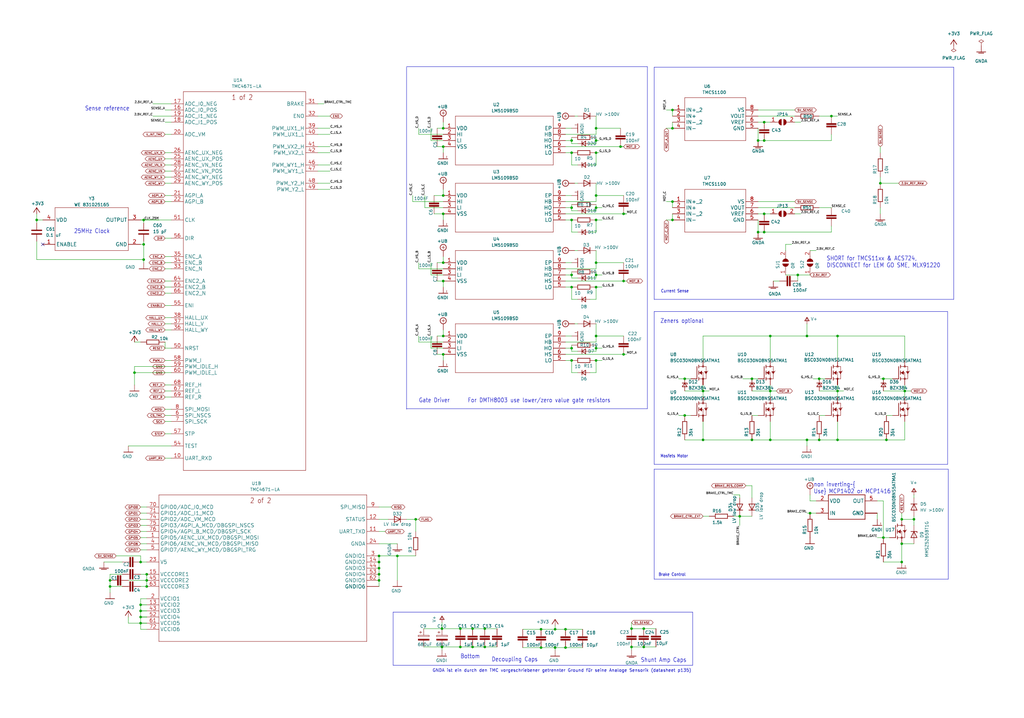
<source format=kicad_sch>
(kicad_sch
	(version 20250114)
	(generator "eeschema")
	(generator_version "9.0")
	(uuid "bf3e5894-6345-467b-b671-81e3583a96d0")
	(paper "User" 425.45 298.602)
	
	(text "Brake Control"
		(exclude_from_sim no)
		(at 273.558 239.776 0)
		(effects
			(font
				(size 1.27 1.0795)
			)
			(justify left bottom)
		)
		(uuid "00ecdc6f-9ce2-4ca6-8e84-ed99b1d1a5ae")
	)
	(text "Gate Driver"
		(exclude_from_sim no)
		(at 173.99 167.64 0)
		(effects
			(font
				(size 1.778 1.5113)
			)
			(justify left bottom)
		)
		(uuid "3d7f2966-458b-4088-be8f-7df7c1c4341e")
	)
	(text "Bottom"
		(exclude_from_sim no)
		(at 191.262 274.066 0)
		(effects
			(font
				(size 1.778 1.5113)
			)
			(justify left bottom)
		)
		(uuid "560316d3-bd37-42d6-be37-2379d8c1127f")
	)
	(text "25MHz Clock"
		(exclude_from_sim no)
		(at 30.734 97.282 0)
		(effects
			(font
				(size 1.778 1.5113)
			)
			(justify left bottom)
		)
		(uuid "8105dc39-b78d-40b6-815b-5ce22e43e644")
	)
	(text "non inverting~{\nUse} MCP1402 or MCP1416"
		(exclude_from_sim no)
		(at 338.074 205.486 0)
		(effects
			(font
				(size 1.778 1.5113)
			)
			(justify left bottom)
		)
		(uuid "82b550b5-ca97-4981-ad02-529bb7578005")
	)
	(text "Zeners optional"
		(exclude_from_sim no)
		(at 274.32 134.62 0)
		(effects
			(font
				(size 1.778 1.5113)
			)
			(justify left bottom)
		)
		(uuid "94e78267-3e1f-4ad2-8696-132ebb74f2f5")
	)
	(text "Shunt Amp Caps"
		(exclude_from_sim no)
		(at 266.192 275.59 0)
		(effects
			(font
				(size 1.778 1.5113)
			)
			(justify left bottom)
		)
		(uuid "9db88eb3-4cc7-4d60-b633-02757a88e6d9")
	)
	(text "Decoupling Caps"
		(exclude_from_sim no)
		(at 204.216 275.336 0)
		(effects
			(font
				(size 1.778 1.5113)
			)
			(justify left bottom)
		)
		(uuid "a6a7681f-9bf9-44eb-a0f8-e599e64ea64d")
	)
	(text "Mosfets Motor"
		(exclude_from_sim no)
		(at 274.32 190.5 0)
		(effects
			(font
				(size 1.27 1.0795)
			)
			(justify left bottom)
		)
		(uuid "b90562c3-9b01-48ca-8d65-3e311557017c")
	)
	(text "For DMTH8003 use lower/zero value gate resistors"
		(exclude_from_sim no)
		(at 194.31 167.64 0)
		(effects
			(font
				(size 1.778 1.5113)
			)
			(justify left bottom)
		)
		(uuid "c6509bbf-7ad3-4a84-90c1-e770e4ee555f")
	)
	(text "Sense reference"
		(exclude_from_sim no)
		(at 53.848 44.196 0)
		(effects
			(font
				(size 1.778 1.5113)
			)
			(justify right top)
		)
		(uuid "da12a43f-bdbf-4c36-a43f-367172dae8b0")
	)
	(text "GNDA ist ein durch den TMC vorgeschriebener getrennter Ground für seine Analoge Sensorik (datasheet p135) "
		(exclude_from_sim no)
		(at 233.934 278.892 0)
		(effects
			(font
				(size 1.27 1.27)
			)
		)
		(uuid "e35292b1-263a-4661-8f11-90e811c1fae9")
	)
	(text "Current Sense"
		(exclude_from_sim no)
		(at 274.574 121.92 0)
		(effects
			(font
				(size 1.27 1.0795)
			)
			(justify left bottom)
		)
		(uuid "ea3c590b-d528-418c-850f-ead21cee4fd4")
	)
	(text "SHORT for TMCS11xx & ACS724,\nDISCONNECT for LEM GO SME, MLX91220"
		(exclude_from_sim no)
		(at 343.408 111.506 0)
		(effects
			(font
				(size 1.778 1.5113)
			)
			(justify left bottom)
		)
		(uuid "fda36183-501e-4c0f-9d75-d56e88c2b62a")
	)
	(junction
		(at 183.642 268.986)
		(diameter 0)
		(color 0 0 0 0)
		(uuid "0036494e-a579-4125-b90e-98dadbdb6feb")
	)
	(junction
		(at 157.48 233.68)
		(diameter 0)
		(color 0 0 0 0)
		(uuid "00c80b2e-df59-4eb8-b46d-0ddaa74027ff")
	)
	(junction
		(at 247.65 63.5)
		(diameter 0)
		(color 0 0 0 0)
		(uuid "01a43f39-335f-465b-8955-1a0138bc41df")
	)
	(junction
		(at 331.47 114.3)
		(diameter 0)
		(color 0 0 0 0)
		(uuid "024251e1-edde-40a8-b267-d9944cf6319f")
	)
	(junction
		(at 347.98 182.88)
		(diameter 0)
		(color 0 0 0 0)
		(uuid "024d42c8-b22a-468f-93cf-8a534efcb7be")
	)
	(junction
		(at 184.15 116.84)
		(diameter 0)
		(color 0 0 0 0)
		(uuid "060da21f-e8b6-4fdf-9392-30b2609fd314")
	)
	(junction
		(at 45.72 243.84)
		(diameter 0)
		(color 0 0 0 0)
		(uuid "08440c1e-1b1b-4d09-af63-91f74818a406")
	)
	(junction
		(at 375.92 162.56)
		(diameter 0)
		(color 0 0 0 0)
		(uuid "0d88faf6-6509-4df6-9d42-409422505d03")
	)
	(junction
		(at 312.42 157.48)
		(diameter 0)
		(color 0 0 0 0)
		(uuid "0fd66916-e4ac-4b7f-bb8e-7ed3ddc397b0")
	)
	(junction
		(at 224.79 261.62)
		(diameter 0)
		(color 0 0 0 0)
		(uuid "105eed48-4f2a-4686-b658-9b495b8e92aa")
	)
	(junction
		(at 279.4 45.72)
		(diameter 0)
		(color 0 0 0 0)
		(uuid "11478e67-180e-414b-bf4c-8e05a94a23bf")
	)
	(junction
		(at 320.04 139.7)
		(diameter 0)
		(color 0 0 0 0)
		(uuid "124f0dde-264e-4e7e-96b7-8ce38555b086")
	)
	(junction
		(at 335.28 182.88)
		(diameter 0)
		(color 0 0 0 0)
		(uuid "1303ddf7-9adf-4150-aade-f819a84b6f95")
	)
	(junction
		(at 184.15 60.96)
		(diameter 0)
		(color 0 0 0 0)
		(uuid "1413821f-44e5-4423-826b-b0cb52dd6cc8")
	)
	(junction
		(at 184.15 88.9)
		(diameter 0)
		(color 0 0 0 0)
		(uuid "142a6c78-e665-4907-97a5-4a123b90922c")
	)
	(junction
		(at 320.04 162.56)
		(diameter 0)
		(color 0 0 0 0)
		(uuid "16774827-18d7-4041-a928-6d7777db0adf")
	)
	(junction
		(at 247.65 149.86)
		(diameter 0)
		(color 0 0 0 0)
		(uuid "195d9436-9d81-46b6-bc56-e442a7a708e4")
	)
	(junction
		(at 183.642 261.366)
		(diameter 0)
		(color 0 0 0 0)
		(uuid "1b3d1328-b886-4f51-afc6-984cc434931d")
	)
	(junction
		(at 336.55 213.36)
		(diameter 0)
		(color 0 0 0 0)
		(uuid "1ce0e215-48db-41fa-a9e8-8a6f1aec4e31")
	)
	(junction
		(at 191.262 261.366)
		(diameter 0)
		(color 0 0 0 0)
		(uuid "1df2d29d-6e61-4c7a-9dc4-8a0d09f5c989")
	)
	(junction
		(at 247.65 109.22)
		(diameter 0)
		(color 0 0 0 0)
		(uuid "26241ffb-a4c2-4c55-a31f-2a0912b1326e")
	)
	(junction
		(at 317.5 50.8)
		(diameter 0)
		(color 0 0 0 0)
		(uuid "2a2b5bb4-6c55-42d7-8368-c3d8af80b418")
	)
	(junction
		(at 335.28 139.7)
		(diameter 0)
		(color 0 0 0 0)
		(uuid "2a689c8e-0562-49a4-92d4-00e24ec34dcd")
	)
	(junction
		(at 284.48 157.48)
		(diameter 0)
		(color 0 0 0 0)
		(uuid "2af1e5c5-6d31-4694-9b1e-dea60c11ffd9")
	)
	(junction
		(at 58.42 256.54)
		(diameter 0)
		(color 0 0 0 0)
		(uuid "2b3b7cee-f0fb-426e-b77d-a7d29a1fdeb3")
	)
	(junction
		(at 165.1 231.14)
		(diameter 0)
		(color 0 0 0 0)
		(uuid "2b62bd6a-a0e8-4a7c-9fba-dd9e878d76c2")
	)
	(junction
		(at 184.15 81.28)
		(diameter 0)
		(color 0 0 0 0)
		(uuid "2c61c23c-b937-41e1-a069-596977c93103")
	)
	(junction
		(at 374.65 233.68)
		(diameter 0)
		(color 0 0 0 0)
		(uuid "2e9e0623-cc6a-464f-8a8d-7619bc4e846b")
	)
	(junction
		(at 237.49 91.44)
		(diameter 0)
		(color 0 0 0 0)
		(uuid "3209cc3d-c17e-4437-8308-482801ad36a9")
	)
	(junction
		(at 157.48 241.3)
		(diameter 0)
		(color 0 0 0 0)
		(uuid "33611268-b60b-4016-982a-470897dede15")
	)
	(junction
		(at 259.08 88.9)
		(diameter 0)
		(color 0 0 0 0)
		(uuid "38964768-6296-448a-846d-e7f8bacec9d3")
	)
	(junction
		(at 196.342 268.986)
		(diameter 0)
		(color 0 0 0 0)
		(uuid "3a329889-1ae1-4ffa-930f-e96668a3ec0a")
	)
	(junction
		(at 292.1 182.88)
		(diameter 0)
		(color 0 0 0 0)
		(uuid "40271084-8fbf-47ce-b06f-bc0d83347ff9")
	)
	(junction
		(at 367.03 157.48)
		(diameter 0)
		(color 0 0 0 0)
		(uuid "4218bd07-8004-404d-9ecc-ce0a975ccc43")
	)
	(junction
		(at 374.65 215.9)
		(diameter 0)
		(color 0 0 0 0)
		(uuid "428be59e-d2c2-4055-b5eb-f82af773603c")
	)
	(junction
		(at 340.36 182.88)
		(diameter 0)
		(color 0 0 0 0)
		(uuid "46aed03f-0a74-4988-8287-38e130933720")
	)
	(junction
		(at 247.65 53.34)
		(diameter 0)
		(color 0 0 0 0)
		(uuid "46e3e1e8-cd3f-4f7a-96ca-e3b8b9b467e0")
	)
	(junction
		(at 184.15 139.7)
		(diameter 0)
		(color 0 0 0 0)
		(uuid "47dbb05d-3ae6-4b98-9ae2-6a3c733dea39")
	)
	(junction
		(at 191.262 268.986)
		(diameter 0)
		(color 0 0 0 0)
		(uuid "48dbe2d8-186f-4540-a44f-b290a74a0866")
	)
	(junction
		(at 284.48 172.72)
		(diameter 0)
		(color 0 0 0 0)
		(uuid "4d7936d6-e1b3-4874-9d53-ca4729188f0e")
	)
	(junction
		(at 58.42 259.08)
		(diameter 0)
		(color 0 0 0 0)
		(uuid "52910e08-8f8b-4241-a6fb-38bd3df69d97")
	)
	(junction
		(at 317.5 88.9)
		(diameter 0)
		(color 0 0 0 0)
		(uuid "551caa83-516a-4b4d-8bd5-a285cd4a2898")
	)
	(junction
		(at 374.65 226.06)
		(diameter 0)
		(color 0 0 0 0)
		(uuid "55aa5b0c-14d2-4063-b349-acced83f24b3")
	)
	(junction
		(at 279.4 91.44)
		(diameter 0)
		(color 0 0 0 0)
		(uuid "57cb7572-70f7-485c-9d07-f3d3a481e7bd")
	)
	(junction
		(at 60.96 243.84)
		(diameter 0)
		(color 0 0 0 0)
		(uuid "5841725e-29b9-4ea5-87cb-7ed98a94cff1")
	)
	(junction
		(at 59.69 101.6)
		(diameter 0)
		(color 0 0 0 0)
		(uuid "5922faa2-b6ee-4d1e-b0fd-abecb7cbddc5")
	)
	(junction
		(at 184.15 53.34)
		(diameter 0)
		(color 0 0 0 0)
		(uuid "599f3953-4d3a-45fe-a2dd-5e8d594c5325")
	)
	(junction
		(at 196.342 261.366)
		(diameter 0)
		(color 0 0 0 0)
		(uuid "5a4849d7-a694-4187-83fc-dba6c2cfa041")
	)
	(junction
		(at 267.462 261.366)
		(diameter 0)
		(color 0 0 0 0)
		(uuid "5c9cec4d-d9ae-4ee6-9060-1858741f8d18")
	)
	(junction
		(at 292.1 162.56)
		(diameter 0)
		(color 0 0 0 0)
		(uuid "618d0d02-ed76-4c7c-ba2c-10bec93994f3")
	)
	(junction
		(at 157.48 238.76)
		(diameter 0)
		(color 0 0 0 0)
		(uuid "622b8970-63e0-4e62-9b95-56e5b22c727c")
	)
	(junction
		(at 247.65 81.28)
		(diameter 0)
		(color 0 0 0 0)
		(uuid "628a2bbc-46f7-4dd4-92cd-ee80341b1b65")
	)
	(junction
		(at 365.76 76.2)
		(diameter 0)
		(color 0 0 0 0)
		(uuid "653019e0-8b68-420a-b738-fc2f6d63304e")
	)
	(junction
		(at 184.15 147.32)
		(diameter 0)
		(color 0 0 0 0)
		(uuid "65dffa4b-ca40-4d95-a7a8-888832893f7c")
	)
	(junction
		(at 379.73 215.9)
		(diameter 0)
		(color 0 0 0 0)
		(uuid "67e20f9c-496b-4285-900f-6ef187817665")
	)
	(junction
		(at 15.24 91.44)
		(diameter 0)
		(color 0 0 0 0)
		(uuid "6c0cd984-5d87-49f0-9de3-1a38a1f0a7d1")
	)
	(junction
		(at 58.42 254)
		(diameter 0)
		(color 0 0 0 0)
		(uuid "704f759f-9aef-4227-bb0a-1c809dce9423")
	)
	(junction
		(at 201.422 268.986)
		(diameter 0)
		(color 0 0 0 0)
		(uuid "7cf06c62-43a2-428f-9b44-22e9778e7926")
	)
	(junction
		(at 347.98 139.7)
		(diameter 0)
		(color 0 0 0 0)
		(uuid "8252fdae-5644-4f54-b04b-184410fca4af")
	)
	(junction
		(at 317.5 96.52)
		(diameter 0)
		(color 0 0 0 0)
		(uuid "83bb9988-4f7d-4818-b37c-603913973a70")
	)
	(junction
		(at 312.42 182.88)
		(diameter 0)
		(color 0 0 0 0)
		(uuid "8460cc9f-f9cb-47d2-aa2e-eafc2dbe3471")
	)
	(junction
		(at 230.632 269.24)
		(diameter 0)
		(color 0 0 0 0)
		(uuid "87cb8f38-762f-4748-9fbd-db2fc29e993f")
	)
	(junction
		(at 247.65 91.44)
		(diameter 0)
		(color 0 0 0 0)
		(uuid "8a67ff21-fb33-415c-a589-0a91293e749d")
	)
	(junction
		(at 257.81 60.96)
		(diameter 0)
		(color 0 0 0 0)
		(uuid "8b3e978b-d4c1-436c-8e4b-326a70bff665")
	)
	(junction
		(at 55.88 154.94)
		(diameter 0)
		(color 0 0 0 0)
		(uuid "8c0bccfe-45e4-4bc5-b0a0-658f5a2a9478")
	)
	(junction
		(at 237.49 114.3)
		(diameter 0)
		(color 0 0 0 0)
		(uuid "92b7279e-e525-429d-91b7-be12d0ebc875")
	)
	(junction
		(at 267.462 268.986)
		(diameter 0)
		(color 0 0 0 0)
		(uuid "957d887c-d38b-4ce3-88d5-c82956894374")
	)
	(junction
		(at 345.44 48.26)
		(diameter 0)
		(color 0 0 0 0)
		(uuid "96f2eb58-a49e-4218-a3b8-57ee191162c5")
	)
	(junction
		(at 201.422 261.366)
		(diameter 0)
		(color 0 0 0 0)
		(uuid "97d2b878-e065-4e90-9c04-45cf679e0767")
	)
	(junction
		(at 314.96 96.52)
		(diameter 0)
		(color 0 0 0 0)
		(uuid "9b3f8cb8-e59f-47d4-8557-5de0b6b19ba4")
	)
	(junction
		(at 367.03 223.52)
		(diameter 0)
		(color 0 0 0 0)
		(uuid "9f18fc77-e62b-48a9-bafb-2d4d95716b2f")
	)
	(junction
		(at 58.42 251.46)
		(diameter 0)
		(color 0 0 0 0)
		(uuid "9f4cc295-cd5c-408f-a5f4-2a706fd305b9")
	)
	(junction
		(at 60.96 238.76)
		(diameter 0)
		(color 0 0 0 0)
		(uuid "9f87541e-ec70-49f3-89cb-c51a13bdf617")
	)
	(junction
		(at 237.49 119.38)
		(diameter 0)
		(color 0 0 0 0)
		(uuid "a52f1c5b-6120-4b81-8593-c5c160a2ceff")
	)
	(junction
		(at 237.49 86.36)
		(diameter 0)
		(color 0 0 0 0)
		(uuid "a677f9a5-179b-476c-841e-f5c84a93cca9")
	)
	(junction
		(at 247.65 86.36)
		(diameter 0)
		(color 0 0 0 0)
		(uuid "a94998b4-0bb0-42ad-8971-28a7ae4bec4d")
	)
	(junction
		(at 59.69 91.44)
		(diameter 0)
		(color 0 0 0 0)
		(uuid "aa52867f-0094-4327-bc91-e3d69bf2fafc")
	)
	(junction
		(at 230.632 261.62)
		(diameter 0)
		(color 0 0 0 0)
		(uuid "aa5bdffc-cbbc-4f2f-8d49-ab385083d80d")
	)
	(junction
		(at 184.15 109.22)
		(diameter 0)
		(color 0 0 0 0)
		(uuid "abb5e864-165c-446a-923d-b4ba9d233681")
	)
	(junction
		(at 237.49 149.86)
		(diameter 0)
		(color 0 0 0 0)
		(uuid "aee2f736-4bab-442d-ae76-85d12d462959")
	)
	(junction
		(at 262.382 268.986)
		(diameter 0)
		(color 0 0 0 0)
		(uuid "b0529480-688a-4129-ae65-13538e77f860")
	)
	(junction
		(at 247.65 119.38)
		(diameter 0)
		(color 0 0 0 0)
		(uuid "c2d4cd92-ba0f-482d-8280-25844d77a868")
	)
	(junction
		(at 317.5 58.42)
		(diameter 0)
		(color 0 0 0 0)
		(uuid "c3102d3c-07ba-46ec-852f-be6b34406650")
	)
	(junction
		(at 157.48 231.14)
		(diameter 0)
		(color 0 0 0 0)
		(uuid "c43cad08-9734-458c-82cf-b507997c56d8")
	)
	(junction
		(at 340.36 157.48)
		(diameter 0)
		(color 0 0 0 0)
		(uuid "cba78ec0-36f9-4484-b9ac-69e2df587047")
	)
	(junction
		(at 320.04 182.88)
		(diameter 0)
		(color 0 0 0 0)
		(uuid "cee30e5c-835e-4715-832d-ebfc7c783189")
	)
	(junction
		(at 172.72 215.9)
		(diameter 0)
		(color 0 0 0 0)
		(uuid "cf3703e2-7956-4410-9e72-ecb097acbddd")
	)
	(junction
		(at 259.08 116.84)
		(diameter 0)
		(color 0 0 0 0)
		(uuid "d1c7e65e-c167-4bc6-96a1-4b349617265c")
	)
	(junction
		(at 247.65 58.42)
		(diameter 0)
		(color 0 0 0 0)
		(uuid "d46f7576-0370-4eb0-8a7a-de77f95a5134")
	)
	(junction
		(at 60.96 241.3)
		(diameter 0)
		(color 0 0 0 0)
		(uuid "d50abbe5-81a0-4c2d-81e6-7830ab3c7849")
	)
	(junction
		(at 58.42 233.68)
		(diameter 0)
		(color 0 0 0 0)
		(uuid "d670d0ec-b5a2-49c4-ac47-61eab0996685")
	)
	(junction
		(at 262.382 261.366)
		(diameter 0)
		(color 0 0 0 0)
		(uuid "d9412d9d-5679-4d0c-8869-cdb238a52443")
	)
	(junction
		(at 59.69 107.95)
		(diameter 0)
		(color 0 0 0 0)
		(uuid "da48f7fb-3898-478b-9493-37fcf28825b2")
	)
	(junction
		(at 259.08 147.32)
		(diameter 0)
		(color 0 0 0 0)
		(uuid "dc159e16-47bf-4de5-9ae0-f8b1045ffed3")
	)
	(junction
		(at 237.49 63.5)
		(diameter 0)
		(color 0 0 0 0)
		(uuid "df139927-071f-4683-b4a3-eac70e9afb59")
	)
	(junction
		(at 234.95 261.62)
		(diameter 0)
		(color 0 0 0 0)
		(uuid "e34f5023-6dda-4a2e-a719-b0081a6a1851")
	)
	(junction
		(at 45.72 241.3)
		(diameter 0)
		(color 0 0 0 0)
		(uuid "e363e787-1c33-46fc-ab66-5898243c9615")
	)
	(junction
		(at 314.96 58.42)
		(diameter 0)
		(color 0 0 0 0)
		(uuid "e3cd7482-af5a-4357-ae52-a3fbcd1e2bc0")
	)
	(junction
		(at 157.48 236.22)
		(diameter 0)
		(color 0 0 0 0)
		(uuid "e58aa438-f36f-4984-98f6-2ed3f53158a9")
	)
	(junction
		(at 234.95 269.24)
		(diameter 0)
		(color 0 0 0 0)
		(uuid "e8749f93-8dca-42aa-9f74-96a83df1f920")
	)
	(junction
		(at 279.4 53.34)
		(diameter 0)
		(color 0 0 0 0)
		(uuid "eab93512-0fb5-455b-9b14-44bb3298bc6d")
	)
	(junction
		(at 224.79 269.24)
		(diameter 0)
		(color 0 0 0 0)
		(uuid "ecc5fbfe-c254-4361-96ad-ed65f2e6e477")
	)
	(junction
		(at 279.4 83.82)
		(diameter 0)
		(color 0 0 0 0)
		(uuid "ecc6aae6-85d0-4b5a-886e-3f9e57ab1623")
	)
	(junction
		(at 247.65 114.3)
		(diameter 0)
		(color 0 0 0 0)
		(uuid "ed276807-dc9e-4046-ac32-f64699ede784")
	)
	(junction
		(at 237.49 144.78)
		(diameter 0)
		(color 0 0 0 0)
		(uuid "ee8f73a9-ecce-48b5-993a-70b45b15b26e")
	)
	(junction
		(at 368.3 182.88)
		(diameter 0)
		(color 0 0 0 0)
		(uuid "f12d221b-3a68-49b5-a77f-c75d9180ed30")
	)
	(junction
		(at 347.98 162.56)
		(diameter 0)
		(color 0 0 0 0)
		(uuid "f1c7d981-3005-4e6f-abb4-26fb3ff7b6d5")
	)
	(junction
		(at 247.65 144.78)
		(diameter 0)
		(color 0 0 0 0)
		(uuid "f9368ba5-8c30-4662-b33f-0ec2d0750021")
	)
	(junction
		(at 237.49 58.42)
		(diameter 0)
		(color 0 0 0 0)
		(uuid "fb3ac2a4-35a7-419c-96f5-ed606d9fe7f0")
	)
	(junction
		(at 307.34 214.63)
		(diameter 0)
		(color 0 0 0 0)
		(uuid "fb4e975a-3239-490e-b4c5-f36d7fbf92f4")
	)
	(junction
		(at 247.65 139.7)
		(diameter 0)
		(color 0 0 0 0)
		(uuid "fdae8c00-db4a-4125-8ba5-14b72f2c4500")
	)
	(no_connect
		(at 17.78 101.6)
		(uuid "2ae5a1ed-a901-4c9d-80bf-f2b4dada609b")
	)
	(wire
		(pts
			(xy 367.03 223.52) (xy 364.49 223.52)
		)
		(stroke
			(width 0.1524)
			(type solid)
		)
		(uuid "002bd728-91da-46c3-a9d5-63928823295a")
	)
	(wire
		(pts
			(xy 71.12 127) (xy 68.58 127)
		)
		(stroke
			(width 0.1524)
			(type solid)
		)
		(uuid "00792a98-3022-4825-b516-afc78dd31a63")
	)
	(wire
		(pts
			(xy 50.8 243.84) (xy 45.72 243.84)
		)
		(stroke
			(width 0.1524)
			(type solid)
		)
		(uuid "00a74a65-7588-435f-835d-02712655038c")
	)
	(wire
		(pts
			(xy 237.49 143.51) (xy 237.49 144.78)
		)
		(stroke
			(width 0)
			(type default)
		)
		(uuid "0140627c-07af-4c8b-b2c5-149422c5c555")
	)
	(wire
		(pts
			(xy 132.08 55.88) (xy 137.16 55.88)
		)
		(stroke
			(width 0.1524)
			(type solid)
		)
		(uuid "01e63718-7ff3-41a8-b11a-01049c2d8cda")
	)
	(wire
		(pts
			(xy 157.48 231.14) (xy 165.1 231.14)
		)
		(stroke
			(width 0.1524)
			(type solid)
		)
		(uuid "021db6b1-d9ee-4c66-ab84-af2f63160d5f")
	)
	(wire
		(pts
			(xy 157.48 233.68) (xy 157.48 231.14)
		)
		(stroke
			(width 0.1524)
			(type solid)
		)
		(uuid "0306cb3f-2142-4cfc-a436-c1a70e95baa8")
	)
	(wire
		(pts
			(xy 347.98 48.26) (xy 345.44 48.26)
		)
		(stroke
			(width 0.1524)
			(type solid)
		)
		(uuid "04399a8c-1319-4774-9310-5a6d3373641b")
	)
	(wire
		(pts
			(xy 234.95 261.62) (xy 242.062 261.62)
		)
		(stroke
			(width 0.1524)
			(type solid)
		)
		(uuid "0472331c-34aa-4dc1-96c7-1bfbd0d07492")
	)
	(wire
		(pts
			(xy 238.76 48.26) (xy 240.03 48.26)
		)
		(stroke
			(width 0)
			(type default)
		)
		(uuid "054a7035-60c6-432f-99ce-30ecb77f8e1b")
	)
	(wire
		(pts
			(xy 279.4 45.72) (xy 276.86 45.72)
		)
		(stroke
			(width 0.1524)
			(type solid)
		)
		(uuid "0553252f-f74c-49a7-812b-f9ee3f7882da")
	)
	(wire
		(pts
			(xy 237.49 146.05) (xy 237.49 144.78)
		)
		(stroke
			(width 0.1524)
			(type solid)
		)
		(uuid "079b5409-f507-4733-81f6-328e69834d9e")
	)
	(wire
		(pts
			(xy 234.95 269.24) (xy 242.062 269.24)
		)
		(stroke
			(width 0.1524)
			(type solid)
		)
		(uuid "08846cdb-aa77-4e94-9619-756e7061f086")
	)
	(wire
		(pts
			(xy 335.28 139.7) (xy 335.28 134.62)
		)
		(stroke
			(width 0.1524)
			(type solid)
		)
		(uuid "09d2cef7-3f0f-4f86-957d-5165ccc2184f")
	)
	(wire
		(pts
			(xy 237.49 119.38) (xy 234.95 119.38)
		)
		(stroke
			(width 0.1524)
			(type solid)
		)
		(uuid "0a324176-d2e6-4f75-8a02-60b39d94ee63")
	)
	(wire
		(pts
			(xy 347.98 149.86) (xy 347.98 139.7)
		)
		(stroke
			(width 0.1524)
			(type solid)
		)
		(uuid "0abe9ef4-8b91-41cc-9775-c38ffde8de6d")
	)
	(wire
		(pts
			(xy 58.42 233.68) (xy 58.42 231.14)
		)
		(stroke
			(width 0.1524)
			(type solid)
		)
		(uuid "0ae47f01-41e6-48f7-810b-643a8c8c3b72")
	)
	(wire
		(pts
			(xy 260.35 147.32) (xy 259.08 147.32)
		)
		(stroke
			(width 0.1524)
			(type solid)
		)
		(uuid "0aeabd0d-b3c3-4129-9715-efeda72474d6")
	)
	(wire
		(pts
			(xy 183.642 270.256) (xy 183.642 268.986)
		)
		(stroke
			(width 0.1524)
			(type solid)
		)
		(uuid "0d46f335-1f63-427b-8265-af2783754421")
	)
	(wire
		(pts
			(xy 71.12 68.58) (xy 68.58 68.58)
		)
		(stroke
			(width 0.1524)
			(type solid)
		)
		(uuid "0dd5c3b0-682a-4be6-ae71-3b4ba7d01ec7")
	)
	(polyline
		(pts
			(xy 271.78 124.46) (xy 396.24 124.46)
		)
		(stroke
			(width 0.1524)
			(type solid)
		)
		(uuid "0e892703-59cd-471a-9fed-56a1de021dc1")
	)
	(wire
		(pts
			(xy 245.11 154.94) (xy 247.65 154.94)
		)
		(stroke
			(width 0.1524)
			(type solid)
		)
		(uuid "0f237859-4d55-4068-8f51-1de59caf5382")
	)
	(wire
		(pts
			(xy 240.03 115.57) (xy 237.49 115.57)
		)
		(stroke
			(width 0.1524)
			(type solid)
		)
		(uuid "0fdd76b1-49d3-4ed7-bf51-e270c764b48d")
	)
	(wire
		(pts
			(xy 157.48 241.3) (xy 157.48 238.76)
		)
		(stroke
			(width 0.1524)
			(type solid)
		)
		(uuid "10ab804a-a9c0-4d10-82e5-61d50e5fb41b")
	)
	(wire
		(pts
			(xy 217.17 261.62) (xy 224.79 261.62)
		)
		(stroke
			(width 0.1524)
			(type solid)
		)
		(uuid "10af8ed9-48a1-443f-aaf1-6927037606f3")
	)
	(wire
		(pts
			(xy 168.91 215.9) (xy 172.72 215.9)
		)
		(stroke
			(width 0.1524)
			(type solid)
		)
		(uuid "11683425-3add-4628-bdf7-3bd3e5cf45ff")
	)
	(wire
		(pts
			(xy 234.95 88.9) (xy 259.08 88.9)
		)
		(stroke
			(width 0.1524)
			(type solid)
		)
		(uuid "122d744b-23aa-48a9-a63c-bcc488bb2545")
	)
	(wire
		(pts
			(xy 375.92 162.56) (xy 378.46 162.56)
		)
		(stroke
			(width 0.1524)
			(type solid)
		)
		(uuid "1282393e-7968-463f-b71d-c1c4fefeef06")
	)
	(wire
		(pts
			(xy 374.65 215.9) (xy 379.73 215.9)
		)
		(stroke
			(width 0.1524)
			(type solid)
		)
		(uuid "12c86425-2ecc-494a-83c4-54f0533d3a03")
	)
	(wire
		(pts
			(xy 176.53 86.36) (xy 176.53 81.28)
		)
		(stroke
			(width 0.1524)
			(type solid)
		)
		(uuid "12cf9e1e-7f30-4956-a311-fed2e3299084")
	)
	(wire
		(pts
			(xy 184.15 81.28) (xy 184.15 78.74)
		)
		(stroke
			(width 0.1524)
			(type solid)
		)
		(uuid "12d1ee97-b11f-4491-87ca-0e39c3e0ae48")
	)
	(wire
		(pts
			(xy 240.03 59.69) (xy 237.49 59.69)
		)
		(stroke
			(width 0.1524)
			(type solid)
		)
		(uuid "13fac01f-adf9-427d-9e89-964057f0ee6a")
	)
	(wire
		(pts
			(xy 320.04 162.56) (xy 320.04 165.1)
		)
		(stroke
			(width 0.1524)
			(type solid)
		)
		(uuid "167158b2-4da8-4a74-abf5-c81f4db49f5a")
	)
	(wire
		(pts
			(xy 237.49 86.36) (xy 234.95 86.36)
		)
		(stroke
			(width 0.1524)
			(type solid)
		)
		(uuid "17122718-00ce-4fc6-bad5-6d5f65b3eb25")
	)
	(polyline
		(pts
			(xy 271.78 129.54) (xy 393.7 129.54)
		)
		(stroke
			(width 0.1524)
			(type solid)
		)
		(uuid "17c02c4a-13e1-4e76-aa20-8c19a3ea2d2d")
	)
	(wire
		(pts
			(xy 71.12 111.76) (xy 68.58 111.76)
		)
		(stroke
			(width 0.1524)
			(type solid)
		)
		(uuid "1a29df34-9878-439a-ba52-76bc4eccce15")
	)
	(wire
		(pts
			(xy 173.99 111.76) (xy 173.99 109.22)
		)
		(stroke
			(width 0.1524)
			(type solid)
		)
		(uuid "1b692d77-5087-4740-b147-bedff4483427")
	)
	(wire
		(pts
			(xy 247.65 146.05) (xy 247.65 144.78)
		)
		(stroke
			(width 0.1524)
			(type solid)
		)
		(uuid "1b784d9f-6224-4579-aee1-7a0373de27bd")
	)
	(wire
		(pts
			(xy 50.8 233.68) (xy 43.18 233.68)
		)
		(stroke
			(width 0.1524)
			(type solid)
		)
		(uuid "1c620abd-a9b8-488d-ac70-b897ca4b2bf4")
	)
	(wire
		(pts
			(xy 237.49 154.94) (xy 237.49 149.86)
		)
		(stroke
			(width 0.1524)
			(type solid)
		)
		(uuid "1cae82f5-1a0d-4342-8094-5c16570044e0")
	)
	(wire
		(pts
			(xy 379.73 205.74) (xy 379.73 207.01)
		)
		(stroke
			(width 0)
			(type default)
		)
		(uuid "1d931174-c768-47ea-82c3-558ddf1f55d0")
	)
	(polyline
		(pts
			(xy 163.322 276.606) (xy 163.322 254.508)
		)
		(stroke
			(width 0.1524)
			(type solid)
		)
		(uuid "1daa9aa1-8471-488d-b76f-96ff17bf5377")
	)
	(wire
		(pts
			(xy 340.36 157.48) (xy 337.82 157.48)
		)
		(stroke
			(width 0.1524)
			(type solid)
		)
		(uuid "1e886003-31bf-4fe8-86ba-9c16f2f9be1c")
	)
	(wire
		(pts
			(xy 292.1 162.56) (xy 292.1 165.1)
		)
		(stroke
			(width 0.1524)
			(type solid)
		)
		(uuid "1f91e315-cb0d-44e2-bfde-96c4874072de")
	)
	(wire
		(pts
			(xy 157.48 243.84) (xy 157.48 241.3)
		)
		(stroke
			(width 0.1524)
			(type solid)
		)
		(uuid "1f9cc273-e4a8-466d-ac1e-22e0e2720f75")
	)
	(wire
		(pts
			(xy 71.12 45.72) (xy 68.58 45.72)
		)
		(stroke
			(width 0.1524)
			(type solid)
		)
		(uuid "20b505eb-dbd2-4948-8de9-3e792d998d92")
	)
	(wire
		(pts
			(xy 45.72 238.76) (xy 50.8 238.76)
		)
		(stroke
			(width 0.1524)
			(type solid)
		)
		(uuid "20da551c-4fb8-4307-9c1d-298e3f9cfeca")
	)
	(wire
		(pts
			(xy 279.4 83.82) (xy 279.4 86.36)
		)
		(stroke
			(width 0.1524)
			(type solid)
		)
		(uuid "2108eff1-6589-4e64-b503-489d66b332ad")
	)
	(wire
		(pts
			(xy 58.42 259.08) (xy 58.42 256.54)
		)
		(stroke
			(width 0.1524)
			(type solid)
		)
		(uuid "21152bed-5996-42c7-b062-42cb4d5730ff")
	)
	(wire
		(pts
			(xy 375.92 162.56) (xy 375.92 165.1)
		)
		(stroke
			(width 0.1524)
			(type solid)
		)
		(uuid "21cb9dc2-0563-4cf9-a32b-355ede93679e")
	)
	(wire
		(pts
			(xy 59.69 109.22) (xy 59.69 107.95)
		)
		(stroke
			(width 0)
			(type default)
		)
		(uuid "223813ff-61fa-46f4-a7b4-c5fb328c5623")
	)
	(wire
		(pts
			(xy 71.12 48.26) (xy 63.5 48.26)
		)
		(stroke
			(width 0.1524)
			(type solid)
		)
		(uuid "22bf7712-aca6-4758-a1a2-e72115961b27")
	)
	(wire
		(pts
			(xy 367.03 162.56) (xy 375.92 162.56)
		)
		(stroke
			(width 0.1524)
			(type solid)
		)
		(uuid "22d2ac87-478d-435c-aa8f-ec77e3aad291")
	)
	(wire
		(pts
			(xy 224.79 269.24) (xy 230.632 269.24)
		)
		(stroke
			(width 0.1524)
			(type solid)
		)
		(uuid "23148f4b-da46-465c-ab49-38f9a861da58")
	)
	(wire
		(pts
			(xy 312.42 157.48) (xy 308.61 157.48)
		)
		(stroke
			(width 0.1524)
			(type solid)
		)
		(uuid "23276e1b-8e5c-4bd8-9ebd-9dbc6b8f876b")
	)
	(wire
		(pts
			(xy 173.99 215.9) (xy 172.72 215.9)
		)
		(stroke
			(width 0.1524)
			(type solid)
		)
		(uuid "23c70c02-a028-4ff0-b6ca-a3dbc984e542")
	)
	(wire
		(pts
			(xy 71.12 165.1) (xy 68.58 165.1)
		)
		(stroke
			(width 0.1524)
			(type solid)
		)
		(uuid "23cfab24-897a-4d62-9ad8-15367f175ac7")
	)
	(wire
		(pts
			(xy 347.98 162.56) (xy 340.36 162.56)
		)
		(stroke
			(width 0.1524)
			(type solid)
		)
		(uuid "242174d2-369e-4360-a8e2-c188e60bf6f7")
	)
	(wire
		(pts
			(xy 58.42 254) (xy 60.96 254)
		)
		(stroke
			(width 0.1524)
			(type solid)
		)
		(uuid "2459dd90-5149-4067-b28f-0e1dca8eb037")
	)
	(wire
		(pts
			(xy 292.1 182.88) (xy 312.42 182.88)
		)
		(stroke
			(width 0.1524)
			(type solid)
		)
		(uuid "246ada35-ada8-460b-9566-3fd452e2c554")
	)
	(wire
		(pts
			(xy 58.42 91.44) (xy 59.69 91.44)
		)
		(stroke
			(width 0)
			(type default)
		)
		(uuid "253e046d-8471-4dc6-8627-10b445f132c3")
	)
	(wire
		(pts
			(xy 245.11 68.58) (xy 247.65 68.58)
		)
		(stroke
			(width 0.1524)
			(type solid)
		)
		(uuid "25750215-91d9-4894-9784-7341ce85362e")
	)
	(wire
		(pts
			(xy 173.99 55.88) (xy 173.99 53.34)
		)
		(stroke
			(width 0.1524)
			(type solid)
		)
		(uuid "2a3eca4f-3fa7-47ed-9b59-9670b1f5048c")
	)
	(wire
		(pts
			(xy 184.15 60.96) (xy 181.61 60.96)
		)
		(stroke
			(width 0.1524)
			(type solid)
		)
		(uuid "2acc149f-7901-434a-96e8-2ad560808dcb")
	)
	(polyline
		(pts
			(xy 393.7 193.04) (xy 271.78 193.04)
		)
		(stroke
			(width 0.1524)
			(type solid)
		)
		(uuid "2aea427d-41b1-48ad-aaa4-6230a1cacb57")
	)
	(wire
		(pts
			(xy 71.12 134.62) (xy 68.58 134.62)
		)
		(stroke
			(width 0.1524)
			(type solid)
		)
		(uuid "2b5e8296-8c5d-4d97-a9d0-e1ce9acee706")
	)
	(wire
		(pts
			(xy 191.262 261.366) (xy 196.342 261.366)
		)
		(stroke
			(width 0.1524)
			(type solid)
		)
		(uuid "2bffa3c5-cf38-43a1-9aae-e82f5214deae")
	)
	(wire
		(pts
			(xy 237.49 115.57) (xy 237.49 114.3)
		)
		(stroke
			(width 0.1524)
			(type solid)
		)
		(uuid "2c4f6c3e-7971-4b2a-8b48-55666decb35a")
	)
	(wire
		(pts
			(xy 58.42 251.46) (xy 60.96 251.46)
		)
		(stroke
			(width 0)
			(type default)
		)
		(uuid "2cd55bf8-cace-4277-80fc-b2e8e22124db")
	)
	(wire
		(pts
			(xy 240.03 68.58) (xy 237.49 68.58)
		)
		(stroke
			(width 0.1524)
			(type solid)
		)
		(uuid "2dddff22-6eaf-43aa-a1da-c7893eff687f")
	)
	(wire
		(pts
			(xy 330.2 50.8) (xy 332.74 50.8)
		)
		(stroke
			(width 0.1524)
			(type solid)
		)
		(uuid "2e36204b-7dc9-4da3-b71b-be96ab8aaa98")
	)
	(wire
		(pts
			(xy 314.96 58.42) (xy 317.5 58.42)
		)
		(stroke
			(width 0.1524)
			(type solid)
		)
		(uuid "2e3a3686-10e4-4c94-b883-c1afd4dcd8ee")
	)
	(wire
		(pts
			(xy 245.11 96.52) (xy 247.65 96.52)
		)
		(stroke
			(width 0.1524)
			(type solid)
		)
		(uuid "2f03dc61-1c6c-4dc7-a208-8122227b5cbc")
	)
	(wire
		(pts
			(xy 71.12 63.5) (xy 68.58 63.5)
		)
		(stroke
			(width 0.1524)
			(type solid)
		)
		(uuid "2f91d26f-c16b-4097-b414-32cd1259cf8b")
	)
	(wire
		(pts
			(xy 335.28 182.88) (xy 335.28 185.42)
		)
		(stroke
			(width 0.1524)
			(type solid)
		)
		(uuid "3022838d-a532-4aaa-ad49-347a7c789b4f")
	)
	(wire
		(pts
			(xy 314.96 53.34) (xy 314.96 58.42)
		)
		(stroke
			(width 0.1524)
			(type solid)
		)
		(uuid "30e88f26-23dc-4fbb-917d-a1870ee342d5")
	)
	(wire
		(pts
			(xy 374.65 226.06) (xy 379.73 226.06)
		)
		(stroke
			(width 0.1524)
			(type solid)
		)
		(uuid "30ea8d57-ae94-403a-b9b1-aae84cab393f")
	)
	(wire
		(pts
			(xy 134.62 43.18) (xy 132.08 43.18)
		)
		(stroke
			(width 0.1524)
			(type solid)
		)
		(uuid "31c63d52-b72d-4e53-8845-addaa84897e7")
	)
	(wire
		(pts
			(xy 237.49 144.78) (xy 234.95 144.78)
		)
		(stroke
			(width 0.1524)
			(type solid)
		)
		(uuid "32d86772-1799-40b7-9747-1ae50916e7b4")
	)
	(wire
		(pts
			(xy 60.96 243.84) (xy 58.42 243.84)
		)
		(stroke
			(width 0.1524)
			(type solid)
		)
		(uuid "332739b3-668d-4a91-bd5f-be5f518fb860")
	)
	(wire
		(pts
			(xy 314.96 172.72) (xy 312.42 172.72)
		)
		(stroke
			(width 0.1524)
			(type solid)
		)
		(uuid "335d955a-763b-44e5-bfc7-2a9e15426002")
	)
	(wire
		(pts
			(xy 71.12 175.26) (xy 68.58 175.26)
		)
		(stroke
			(width 0.1524)
			(type solid)
		)
		(uuid "339dea07-5bbe-41d2-a635-eea0edf8dfd1")
	)
	(wire
		(pts
			(xy 326.39 101.6) (xy 328.93 101.6)
		)
		(stroke
			(width 0.1524)
			(type solid)
		)
		(uuid "33d5b72b-684d-49fe-9d88-d77728f1f203")
	)
	(wire
		(pts
			(xy 326.39 104.14) (xy 326.39 101.6)
		)
		(stroke
			(width 0.1524)
			(type solid)
		)
		(uuid "34425f14-7a61-402f-bf25-d01f45f862fc")
	)
	(wire
		(pts
			(xy 292.1 162.56) (xy 284.48 162.56)
		)
		(stroke
			(width 0.1524)
			(type solid)
		)
		(uuid "35669077-aa2a-4ad7-a4a7-677ec3c6dfc7")
	)
	(wire
		(pts
			(xy 247.65 87.63) (xy 245.11 87.63)
		)
		(stroke
			(width 0.1524)
			(type solid)
		)
		(uuid "35899b46-69a3-4959-b408-2a3e91c00a72")
	)
	(wire
		(pts
			(xy 183.642 268.986) (xy 191.262 268.986)
		)
		(stroke
			(width 0.1524)
			(type solid)
		)
		(uuid "36c4a7a8-ea04-479f-85f9-b1175961a20e")
	)
	(wire
		(pts
			(xy 201.422 268.986) (xy 196.342 268.986)
		)
		(stroke
			(width 0.1524)
			(type solid)
		)
		(uuid "3725d120-d9a0-4d15-ac0e-b636894ad3d4")
	)
	(wire
		(pts
			(xy 245.11 115.57) (xy 247.65 115.57)
		)
		(stroke
			(width 0.1524)
			(type solid)
		)
		(uuid "39a5776a-d7b0-422f-aa44-4a88ecba416f")
	)
	(wire
		(pts
			(xy 59.69 91.44) (xy 66.04 91.44)
		)
		(stroke
			(width 0)
			(type default)
		)
		(uuid "39c93f16-1440-4fe5-b74d-2c6fcea7b3f2")
	)
	(wire
		(pts
			(xy 230.632 269.24) (xy 234.95 269.24)
		)
		(stroke
			(width 0.1524)
			(type solid)
		)
		(uuid "3ba6563c-bb03-479a-bae6-049c6aef1976")
	)
	(wire
		(pts
			(xy 237.49 114.3) (xy 234.95 114.3)
		)
		(stroke
			(width 0.1524)
			(type solid)
		)
		(uuid "3c61e796-68c4-49f5-bcfe-1c784746e847")
	)
	(wire
		(pts
			(xy 314.96 48.26) (xy 330.2 48.26)
		)
		(stroke
			(width 0.1524)
			(type solid)
		)
		(uuid "3cc4ea7d-94e5-4545-8f74-c0632bea8fe6")
	)
	(wire
		(pts
			(xy 336.55 104.14) (xy 339.09 104.14)
		)
		(stroke
			(width 0.1524)
			(type solid)
		)
		(uuid "3cc67e7a-1d1f-451b-9140-b1f96f962e1e")
	)
	(wire
		(pts
			(xy 335.28 182.88) (xy 340.36 182.88)
		)
		(stroke
			(width 0.1524)
			(type solid)
		)
		(uuid "3da56e67-52be-4c84-ae96-987b555aacb9")
	)
	(wire
		(pts
			(xy 323.85 116.84) (xy 321.31 116.84)
		)
		(stroke
			(width 0.1524)
			(type solid)
		)
		(uuid "3e66be0c-a7a9-4f22-af0e-2d192c398fb2")
	)
	(wire
		(pts
			(xy 340.36 182.88) (xy 347.98 182.88)
		)
		(stroke
			(width 0.1524)
			(type solid)
		)
		(uuid "400dfe24-a456-42c3-9771-9b61c3f00e20")
	)
	(wire
		(pts
			(xy 292.1 139.7) (xy 320.04 139.7)
		)
		(stroke
			(width 0.1524)
			(type solid)
		)
		(uuid "40b4ffab-9f36-4329-a09c-8e84df4b661c")
	)
	(wire
		(pts
			(xy 60.96 238.76) (xy 60.96 241.3)
		)
		(stroke
			(width 0.1524)
			(type solid)
		)
		(uuid "41608031-900e-40b6-86df-a460b9d1db92")
	)
	(wire
		(pts
			(xy 272.542 261.366) (xy 267.462 261.366)
		)
		(stroke
			(width 0.1524)
			(type solid)
		)
		(uuid "4162c350-3d8c-4bff-ab53-8afedff168b7")
	)
	(wire
		(pts
			(xy 347.98 162.56) (xy 350.52 162.56)
		)
		(stroke
			(width 0.1524)
			(type solid)
		)
		(uuid "41ae93eb-86ab-46ea-a933-b521d5bf74af")
	)
	(wire
		(pts
			(xy 245.11 124.46) (xy 247.65 124.46)
		)
		(stroke
			(width 0.1524)
			(type solid)
		)
		(uuid "41f47cf0-d87a-47a0-ac84-6c18b90490eb")
	)
	(wire
		(pts
			(xy 375.92 160.02) (xy 375.92 162.56)
		)
		(stroke
			(width 0.1524)
			(type solid)
		)
		(uuid "42098ccf-daa5-44fa-889a-dd1a32ee49d0")
	)
	(wire
		(pts
			(xy 240.03 154.94) (xy 237.49 154.94)
		)
		(stroke
			(width 0.1524)
			(type solid)
		)
		(uuid "432f608f-a6c3-4acf-a04c-e340bd5fecb4")
	)
	(wire
		(pts
			(xy 320.04 149.86) (xy 320.04 139.7)
		)
		(stroke
			(width 0.1524)
			(type solid)
		)
		(uuid "43b3edeb-a803-4869-bbda-2cca0c02590a")
	)
	(wire
		(pts
			(xy 60.96 228.6) (xy 58.42 228.6)
		)
		(stroke
			(width 0.1524)
			(type solid)
		)
		(uuid "44c648ff-ce76-46b1-be3e-f819f4381095")
	)
	(wire
		(pts
			(xy 336.55 114.3) (xy 331.47 114.3)
		)
		(stroke
			(width 0.1524)
			(type solid)
		)
		(uuid "46240761-b9e2-43bc-903d-045886f81850")
	)
	(wire
		(pts
			(xy 247.65 86.36) (xy 250.19 86.36)
		)
		(stroke
			(width 0.1524)
			(type solid)
		)
		(uuid "47a7adb2-ec22-4033-98fb-86397f21de7c")
	)
	(wire
		(pts
			(xy 347.98 162.56) (xy 347.98 165.1)
		)
		(stroke
			(width 0.1524)
			(type solid)
		)
		(uuid "47f63759-394d-4362-a293-a11ce05e41a2")
	)
	(wire
		(pts
			(xy 58.42 248.92) (xy 60.96 248.92)
		)
		(stroke
			(width 0.1524)
			(type solid)
		)
		(uuid "48af0dad-2089-44d7-bf33-95fce74074df")
	)
	(wire
		(pts
			(xy 247.65 143.51) (xy 247.65 144.78)
		)
		(stroke
			(width 0)
			(type default)
		)
		(uuid "49cc5378-d086-49b4-b816-c783cb13d23b")
	)
	(wire
		(pts
			(xy 347.98 182.88) (xy 368.3 182.88)
		)
		(stroke
			(width 0.1524)
			(type solid)
		)
		(uuid "49dfd6a6-4337-4098-b8a9-ee3333e8c10d")
	)
	(wire
		(pts
			(xy 132.08 78.74) (xy 137.16 78.74)
		)
		(stroke
			(width 0.1524)
			(type solid)
		)
		(uuid "49f1ee86-7471-4d99-9c8a-7cdfc906f532")
	)
	(wire
		(pts
			(xy 58.42 231.14) (xy 48.26 231.14)
		)
		(stroke
			(width 0.1524)
			(type solid)
		)
		(uuid "4a62e945-c2eb-443e-99fa-e8c204c1da37")
	)
	(wire
		(pts
			(xy 347.98 160.02) (xy 347.98 162.56)
		)
		(stroke
			(width 0.1524)
			(type solid)
		)
		(uuid "4ac2ecd8-c331-4f71-a73a-53535bb84408")
	)
	(wire
		(pts
			(xy 307.34 218.44) (xy 307.34 214.63)
		)
		(stroke
			(width 0)
			(type default)
		)
		(uuid "4bb40cf7-d122-4663-a88b-0fab7b4817b7")
	)
	(wire
		(pts
			(xy 374.65 215.9) (xy 374.65 213.36)
		)
		(stroke
			(width 0.1524)
			(type solid)
		)
		(uuid "4c04506a-7383-4abb-a213-19a5000d6ad4")
	)
	(wire
		(pts
			(xy 15.24 100.33) (xy 15.24 107.95)
		)
		(stroke
			(width 0.1524)
			(type solid)
		)
		(uuid "4c2bdea0-9c24-4b74-92c6-14481e04e31d")
	)
	(polyline
		(pts
			(xy 268.986 169.926) (xy 268.986 27.686)
		)
		(stroke
			(width 0.1524)
			(type solid)
		)
		(uuid "4ec19090-ef27-453f-9b9d-cb883e6d491b")
	)
	(wire
		(pts
			(xy 68.58 142.24) (xy 68.58 144.78)
		)
		(stroke
			(width 0.1524)
			(type solid)
		)
		(uuid "4ecda410-e3b7-448a-8c23-a539831c5e4d")
	)
	(wire
		(pts
			(xy 201.422 268.986) (xy 206.502 268.986)
		)
		(stroke
			(width 0.1524)
			(type solid)
		)
		(uuid "4f43ef68-1c27-49bf-a880-d5644101737c")
	)
	(wire
		(pts
			(xy 60.96 238.76) (xy 58.42 238.76)
		)
		(stroke
			(width 0.1524)
			(type solid)
		)
		(uuid "4fd33ee4-bb1a-4750-87f0-60eb46d1f34f")
	)
	(wire
		(pts
			(xy 15.24 91.44) (xy 15.24 92.71)
		)
		(stroke
			(width 0)
			(type default)
		)
		(uuid "5088461e-ea3d-4fe2-89a5-a62d2596840e")
	)
	(wire
		(pts
			(xy 71.12 160.02) (xy 68.58 160.02)
		)
		(stroke
			(width 0.1524)
			(type solid)
		)
		(uuid "50b71133-3d0f-408f-8617-db52ef0f5e39")
	)
	(wire
		(pts
			(xy 339.09 208.28) (xy 336.55 208.28)
		)
		(stroke
			(width 0.1524)
			(type solid)
		)
		(uuid "50c192bc-6d84-4ee4-983d-e1794b44907d")
	)
	(polyline
		(pts
			(xy 393.954 195.072) (xy 271.78 195.072)
		)
		(stroke
			(width 0.1524)
			(type solid)
		)
		(uuid "51d80cca-e922-4b62-946d-2f159322c420")
	)
	(wire
		(pts
			(xy 58.42 254) (xy 58.42 251.46)
		)
		(stroke
			(width 0.1524)
			(type solid)
		)
		(uuid "52131353-3b38-45e6-a485-198015652867")
	)
	(wire
		(pts
			(xy 307.34 214.63) (xy 312.42 214.63)
		)
		(stroke
			(width 0.1524)
			(type solid)
		)
		(uuid "5424c677-49a2-482b-944c-0bb0af40a480")
	)
	(wire
		(pts
			(xy 132.08 60.96) (xy 137.16 60.96)
		)
		(stroke
			(width 0.1524)
			(type solid)
		)
		(uuid "565c03fc-9fee-4f9c-8ed1-c88df6ef462a")
	)
	(wire
		(pts
			(xy 245.11 146.05) (xy 247.65 146.05)
		)
		(stroke
			(width 0.1524)
			(type solid)
		)
		(uuid "56dd330f-4197-4d7a-a048-58c2ec358b01")
	)
	(polyline
		(pts
			(xy 396.24 27.94) (xy 271.78 27.94)
		)
		(stroke
			(width 0.1524)
			(type solid)
		)
		(uuid "5717e09b-b399-4150-9273-1c26af5c2252")
	)
	(polyline
		(pts
			(xy 393.954 240.792) (xy 393.954 195.072)
		)
		(stroke
			(width 0.1524)
			(type solid)
		)
		(uuid "576a0822-4aee-4428-9aeb-74f590c59be1")
	)
	(wire
		(pts
			(xy 206.502 261.366) (xy 201.422 261.366)
		)
		(stroke
			(width 0.1524)
			(type solid)
		)
		(uuid "577d46b4-a401-44e2-b804-7ca58d536bc8")
	)
	(wire
		(pts
			(xy 347.98 139.7) (xy 375.92 139.7)
		)
		(stroke
			(width 0.1524)
			(type solid)
		)
		(uuid "57b0fab9-97ec-4a1e-b4ad-006e0b5a9d5e")
	)
	(polyline
		(pts
			(xy 168.91 169.926) (xy 268.986 169.926)
		)
		(stroke
			(width 0.1524)
			(type solid)
		)
		(uuid "58c1450b-674c-4260-a9ac-35e8ebe93ef9")
	)
	(wire
		(pts
			(xy 320.04 50.8) (xy 317.5 50.8)
		)
		(stroke
			(width 0.1524)
			(type solid)
		)
		(uuid "58f8d78f-8b27-43c0-9c5f-644f5d111d81")
	)
	(wire
		(pts
			(xy 53.34 256.54) (xy 53.34 259.08)
		)
		(stroke
			(width 0.1524)
			(type solid)
		)
		(uuid "58f8d9ed-12fd-4f92-ace9-74cf7708df96")
	)
	(wire
		(pts
			(xy 364.49 213.36) (xy 364.49 215.9)
		)
		(stroke
			(width 0.1524)
			(type solid)
		)
		(uuid "5aad14d8-c91c-4737-8c31-73891b36967e")
	)
	(wire
		(pts
			(xy 287.02 172.72) (xy 284.48 172.72)
		)
		(stroke
			(width 0.1524)
			(type solid)
		)
		(uuid "5ae278f8-04f1-41bb-8212-3907de0ba916")
	)
	(wire
		(pts
			(xy 262.382 268.986) (xy 267.462 268.986)
		)
		(stroke
			(width 0.1524)
			(type solid)
		)
		(uuid "5b46c1c7-1dd0-4a9c-9a6d-bb8b2a40df71")
	)
	(wire
		(pts
			(xy 240.03 124.46) (xy 237.49 124.46)
		)
		(stroke
			(width 0.1524)
			(type solid)
		)
		(uuid "5c7ac00e-9ba2-40ff-a95c-fc94a82c7ad9")
	)
	(wire
		(pts
			(xy 247.65 59.69) (xy 247.65 58.42)
		)
		(stroke
			(width 0.1524)
			(type solid)
		)
		(uuid "5c87403d-e931-464c-9995-d92bca5d9108")
	)
	(wire
		(pts
			(xy 379.73 215.9) (xy 379.73 218.44)
		)
		(stroke
			(width 0)
			(type default)
		)
		(uuid "5da15855-8798-47ed-8815-f1ee3ee420f7")
	)
	(wire
		(pts
			(xy 60.96 218.44) (xy 58.42 218.44)
		)
		(stroke
			(width 0.1524)
			(type solid)
		)
		(uuid "5f7ebcc7-02fe-4a2e-8f66-d101cef66713")
	)
	(wire
		(pts
			(xy 59.69 91.44) (xy 59.69 92.71)
		)
		(stroke
			(width 0)
			(type default)
		)
		(uuid "5fd4fd53-7405-4616-98e9-e48424f45200")
	)
	(wire
		(pts
			(xy 234.95 116.84) (xy 259.08 116.84)
		)
		(stroke
			(width 0.1524)
			(type solid)
		)
		(uuid "607c1eac-94d3-4103-9826-78de481f25cb")
	)
	(wire
		(pts
			(xy 237.49 85.09) (xy 237.49 86.36)
		)
		(stroke
			(width 0)
			(type default)
		)
		(uuid "61054d02-3744-4944-8ca1-48505a616a86")
	)
	(wire
		(pts
			(xy 71.12 99.06) (xy 68.58 99.06)
		)
		(stroke
			(width 0.1524)
			(type solid)
		)
		(uuid "61157b36-742e-43f8-ab2c-fd2c6dcc50d0")
	)
	(wire
		(pts
			(xy 234.95 139.7) (xy 237.49 139.7)
		)
		(stroke
			(width 0.1524)
			(type solid)
		)
		(uuid "6191afd2-5ed4-4bb3-acce-9235d2120af5")
	)
	(wire
		(pts
			(xy 71.12 50.8) (xy 68.58 50.8)
		)
		(stroke
			(width 0.1524)
			(type solid)
		)
		(uuid "62133b20-529b-42f7-aba7-d3682c85d714")
	)
	(wire
		(pts
			(xy 320.04 182.88) (xy 335.28 182.88)
		)
		(stroke
			(width 0.1524)
			(type solid)
		)
		(uuid "621f5ad8-4039-448a-807a-1e88ede51b54")
	)
	(wire
		(pts
			(xy 317.5 58.42) (xy 345.44 58.42)
		)
		(stroke
			(width 0.1524)
			(type solid)
		)
		(uuid "62f16d17-b906-4168-8c6d-4ae8e9bae6dc")
	)
	(wire
		(pts
			(xy 179.07 114.3) (xy 179.07 109.22)
		)
		(stroke
			(width 0.1524)
			(type solid)
		)
		(uuid "6344919a-8709-40c7-90ae-e224dc52f234")
	)
	(polyline
		(pts
			(xy 287.782 254.508) (xy 287.782 276.606)
		)
		(stroke
			(width 0.1524)
			(type solid)
		)
		(uuid "645b8b4e-47e3-4273-a89f-d8f47c9694b1")
	)
	(wire
		(pts
			(xy 234.95 53.34) (xy 237.49 53.34)
		)
		(stroke
			(width 0.1524)
			(type solid)
		)
		(uuid "657ed756-27a5-40e1-a269-b99bfc91567e")
	)
	(wire
		(pts
			(xy 184.15 53.34) (xy 184.15 50.8)
		)
		(stroke
			(width 0.1524)
			(type solid)
		)
		(uuid "658d4789-0120-468b-a705-e5d55167fea6")
	)
	(wire
		(pts
			(xy 259.08 60.96) (xy 257.81 60.96)
		)
		(stroke
			(width 0)
			(type default)
		)
		(uuid "668ccb8c-9a18-48e9-87d7-91c069ff9111")
	)
	(wire
		(pts
			(xy 259.08 116.84) (xy 260.35 116.84)
		)
		(stroke
			(width 0)
			(type default)
		)
		(uuid "683038c4-feca-4924-90cb-b115faf322fc")
	)
	(wire
		(pts
			(xy 294.64 214.63) (xy 292.1 214.63)
		)
		(stroke
			(width 0.1524)
			(type solid)
		)
		(uuid "6984e5d4-592a-447e-90fc-d698c58b39f0")
	)
	(wire
		(pts
			(xy 307.34 205.74) (xy 304.8 205.74)
		)
		(stroke
			(width 0.1524)
			(type solid)
		)
		(uuid "69dfd1ad-991c-46f0-881e-59a642aff563")
	)
	(wire
		(pts
			(xy 184.15 109.22) (xy 181.61 109.22)
		)
		(stroke
			(width 0.1524)
			(type solid)
		)
		(uuid "6cede53e-647c-49c3-a088-30517bad5b2e")
	)
	(wire
		(pts
			(xy 71.12 106.68) (xy 68.58 106.68)
		)
		(stroke
			(width 0.1524)
			(type solid)
		)
		(uuid "6d751cbf-181e-410a-a416-80ae5ebc3bb8")
	)
	(wire
		(pts
			(xy 176.022 268.986) (xy 183.642 268.986)
		)
		(stroke
			(width 0.1524)
			(type solid)
		)
		(uuid "70c20303-589a-4f03-9852-df24d3dbaa35")
	)
	(polyline
		(pts
			(xy 271.78 27.94) (xy 271.78 124.46)
		)
		(stroke
			(width 0.1524)
			(type solid)
		)
		(uuid "715eca12-892e-40c3-b92f-e439528f3f8c")
	)
	(wire
		(pts
			(xy 184.15 53.34) (xy 181.61 53.34)
		)
		(stroke
			(width 0.1524)
			(type solid)
		)
		(uuid "7168cc0a-4b92-47e8-b0c4-d5a7e91e8456")
	)
	(wire
		(pts
			(xy 58.42 259.08) (xy 60.96 259.08)
		)
		(stroke
			(width 0.1524)
			(type solid)
		)
		(uuid "71e91da7-0287-42ae-96cb-dc3eda88f847")
	)
	(wire
		(pts
			(xy 172.72 231.14) (xy 165.1 231.14)
		)
		(stroke
			(width 0.1524)
			(type solid)
		)
		(uuid "72155ff9-e28d-4947-abce-eeb688649ea8")
	)
	(wire
		(pts
			(xy 22.86 107.95) (xy 59.69 107.95)
		)
		(stroke
			(width 0)
			(type default)
		)
		(uuid "723db82b-a8eb-4cb1-99a4-122e8d255846")
	)
	(wire
		(pts
			(xy 237.49 59.69) (xy 237.49 58.42)
		)
		(stroke
			(width 0.1524)
			(type solid)
		)
		(uuid "73e6e1aa-c228-41fb-bc4a-5e5c06e97d7f")
	)
	(wire
		(pts
			(xy 71.12 76.2) (xy 68.58 76.2)
		)
		(stroke
			(width 0.1524)
			(type solid)
		)
		(uuid "73fd743e-96ee-454d-ad09-076abd526302")
	)
	(wire
		(pts
			(xy 179.07 58.42) (xy 179.07 53.34)
		)
		(stroke
			(width 0.1524)
			(type solid)
		)
		(uuid "756a569c-d0c1-4ff2-9b47-55dad2522307")
	)
	(wire
		(pts
			(xy 196.342 261.366) (xy 201.422 261.366)
		)
		(stroke
			(width 0.1524)
			(type solid)
		)
		(uuid "75ed8005-e859-49f9-ad1e-d652895d859b")
	)
	(wire
		(pts
			(xy 320.04 139.7) (xy 335.28 139.7)
		)
		(stroke
			(width 0.1524)
			(type solid)
		)
		(uuid "760d6899-7da7-4d32-ae3d-2b55ed3053e4")
	)
	(wire
		(pts
			(xy 281.94 157.48) (xy 284.48 157.48)
		)
		(stroke
			(width 0.1524)
			(type solid)
		)
		(uuid "7610347f-1a3c-457d-b3ae-f78cd90f7649")
	)
	(wire
		(pts
			(xy 55.88 154.94) (xy 71.12 154.94)
		)
		(stroke
			(width 0.1524)
			(type solid)
		)
		(uuid "7637dcd6-95e8-4e75-a32c-498f8a052194")
	)
	(wire
		(pts
			(xy 184.15 91.44) (xy 184.15 88.9)
		)
		(stroke
			(width 0.1524)
			(type solid)
		)
		(uuid "76ed08cf-43a3-45dd-a4a7-7d7cda3725d7")
	)
	(wire
		(pts
			(xy 184.15 86.36) (xy 176.53 86.36)
		)
		(stroke
			(width 0.1524)
			(type solid)
		)
		(uuid "77820fbc-ed69-4134-b77a-0f2307538685")
	)
	(wire
		(pts
			(xy 330.2 45.72) (xy 314.96 45.72)
		)
		(stroke
			(width 0.1524)
			(type solid)
		)
		(uuid "7813dd07-4a0e-4dd7-8504-f19f7a3b828f")
	)
	(wire
		(pts
			(xy 184.15 88.9) (xy 180.34 88.9)
		)
		(stroke
			(width 0.1524)
			(type solid)
		)
		(uuid "7960f456-2464-4c79-9594-8d383397d4d0")
	)
	(wire
		(pts
			(xy 234.95 142.24) (xy 247.65 142.24)
		)
		(stroke
			(width 0.1524)
			(type solid)
		)
		(uuid "797fbfeb-799b-4867-aeb4-f4866d17282b")
	)
	(wire
		(pts
			(xy 247.65 81.28) (xy 259.08 81.28)
		)
		(stroke
			(width 0.1524)
			(type solid)
		)
		(uuid "7be394af-17ca-40c4-8896-a27ec6950a0f")
	)
	(wire
		(pts
			(xy 172.72 215.9) (xy 172.72 220.98)
		)
		(stroke
			(width 0.1524)
			(type solid)
		)
		(uuid "7bebada0-5c66-4b2a-9e84-e7045cdfc39a")
	)
	(wire
		(pts
			(xy 247.65 134.62) (xy 247.65 139.7)
		)
		(stroke
			(width 0.1524)
			(type solid)
		)
		(uuid "7c18bb51-5dec-47e4-a5c4-bab5695dc9e1")
	)
	(wire
		(pts
			(xy 58.42 256.54) (xy 60.96 256.54)
		)
		(stroke
			(width 0.1524)
			(type solid)
		)
		(uuid "7c1eff8e-309d-423d-be08-5a2736339a75")
	)
	(wire
		(pts
			(xy 183.642 261.366) (xy 183.642 258.826)
		)
		(stroke
			(width 0.1524)
			(type solid)
		)
		(uuid "7c2e888b-4672-46aa-bf16-e874dc0f1708")
	)
	(wire
		(pts
			(xy 184.15 119.38) (xy 184.15 116.84)
		)
		(stroke
			(width 0.1524)
			(type solid)
		)
		(uuid "7d0b1c07-b7bd-4927-9e44-ef10e6f6a8c6")
	)
	(wire
		(pts
			(xy 259.08 88.9) (xy 260.35 88.9)
		)
		(stroke
			(width 0)
			(type default)
		)
		(uuid "7d2d303b-6d18-40a6-950a-fe83050701c6")
	)
	(wire
		(pts
			(xy 71.12 170.18) (xy 68.58 170.18)
		)
		(stroke
			(width 0.1524)
			(type solid)
		)
		(uuid "7d4eb9c2-bf15-409d-bd35-3fd40bebf1f0")
	)
	(wire
		(pts
			(xy 247.65 58.42) (xy 248.92 58.42)
		)
		(stroke
			(width 0.1524)
			(type solid)
		)
		(uuid "7d9827ac-431f-4a23-8465-c7506de07e79")
	)
	(wire
		(pts
			(xy 279.4 53.34) (xy 279.4 50.8)
		)
		(stroke
			(width 0.1524)
			(type solid)
		)
		(uuid "7e4af730-599e-4add-bc1a-d106f8c6a456")
	)
	(wire
		(pts
			(xy 157.48 210.82) (xy 162.56 210.82)
		)
		(stroke
			(width 0.1524)
			(type solid)
		)
		(uuid "7ecc3e1a-463b-4f33-8eb4-37386fc89440")
	)
	(wire
		(pts
			(xy 247.65 109.22) (xy 259.08 109.22)
		)
		(stroke
			(width 0.1524)
			(type solid)
		)
		(uuid "8207c331-7581-48f6-9836-5fba035cca06")
	)
	(wire
		(pts
			(xy 370.84 172.72) (xy 368.3 172.72)
		)
		(stroke
			(width 0.1524)
			(type solid)
		)
		(uuid "83344057-57ec-46f7-9b8a-c95653080f48")
	)
	(wire
		(pts
			(xy 292.1 149.86) (xy 292.1 139.7)
		)
		(stroke
			(width 0.1524)
			(type solid)
		)
		(uuid "83a56e9a-dfef-4825-a9b2-c364d52187dd")
	)
	(wire
		(pts
			(xy 71.12 116.84) (xy 68.58 116.84)
		)
		(stroke
			(width 0.1524)
			(type solid)
		)
		(uuid "848c7be8-cbef-4697-be9f-23160011db94")
	)
	(wire
		(pts
			(xy 157.48 215.9) (xy 161.29 215.9)
		)
		(stroke
			(width 0.1524)
			(type solid)
		)
		(uuid "85548a35-7cda-4e33-8087-63daf9f3045b")
	)
	(wire
		(pts
			(xy 17.78 91.44) (xy 15.24 91.44)
		)
		(stroke
			(width 0.1524)
			(type solid)
		)
		(uuid "858cc463-26d5-4966-ae98-db5ed7b672cf")
	)
	(wire
		(pts
			(xy 157.48 236.22) (xy 157.48 233.68)
		)
		(stroke
			(width 0.1524)
			(type solid)
		)
		(uuid "86445dd2-bbe3-431d-8c1b-4f1054bf33dd")
	)
	(wire
		(pts
			(xy 247.65 55.88) (xy 247.65 53.34)
		)
		(stroke
			(width 0.1524)
			(type solid)
		)
		(uuid "8645e66a-566c-4c08-9daf-e7bd3cbaf9e9")
	)
	(wire
		(pts
			(xy 237.49 87.63) (xy 240.03 87.63)
		)
		(stroke
			(width 0.1524)
			(type solid)
		)
		(uuid "867ffbb7-aeae-463d-aba5-8af8fc2a7306")
	)
	(wire
		(pts
			(xy 63.5 43.18) (xy 71.12 43.18)
		)
		(stroke
			(width 0.1524)
			(type solid)
		)
		(uuid "870ac46e-7c12-47e4-86e7-2b644113ee9a")
	)
	(wire
		(pts
			(xy 55.88 154.94) (xy 55.88 152.4)
		)
		(stroke
			(width 0.1524)
			(type solid)
		)
		(uuid "8786ffb0-33ce-4070-b802-c7af1a0e7bad")
	)
	(wire
		(pts
			(xy 345.44 86.36) (xy 340.36 86.36)
		)
		(stroke
			(width 0.1524)
			(type solid)
		)
		(uuid "8858a968-1938-4382-917c-5a81c5a599e0")
	)
	(wire
		(pts
			(xy 45.72 241.3) (xy 45.72 238.76)
		)
		(stroke
			(width 0.1524)
			(type solid)
		)
		(uuid "8864cf46-b80d-4863-ad78-d8e42e4fcec0")
	)
	(wire
		(pts
			(xy 71.12 121.92) (xy 68.58 121.92)
		)
		(stroke
			(width 0.1524)
			(type solid)
		)
		(uuid "8949ed6d-a9d6-4d77-8365-05b2497a1774")
	)
	(wire
		(pts
			(xy 71.12 149.86) (xy 68.58 149.86)
		)
		(stroke
			(width 0.1524)
			(type solid)
		)
		(uuid "89cba695-adf8-46ed-9282-71a7c2dfe4e0")
	)
	(wire
		(pts
			(xy 284.48 172.72) (xy 281.94 172.72)
		)
		(stroke
			(width 0.1524)
			(type solid)
		)
		(uuid "89dc8ba3-5854-4c2a-ad99-3e20fbdf7863")
	)
	(wire
		(pts
			(xy 237.49 149.86) (xy 234.95 149.86)
		)
		(stroke
			(width 0.1524)
			(type solid)
		)
		(uuid "8a139131-6b09-4238-9e21-dae517c986d9")
	)
	(wire
		(pts
			(xy 237.49 113.03) (xy 237.49 114.3)
		)
		(stroke
			(width 0)
			(type default)
		)
		(uuid "8a2e53ec-bde3-4946-b572-5b3d5b07f624")
	)
	(wire
		(pts
			(xy 45.72 243.84) (xy 45.72 246.38)
		)
		(stroke
			(width 0.1524)
			(type solid)
		)
		(uuid "8a5b9200-9000-4511-b860-d696c7c1835d")
	)
	(wire
		(pts
			(xy 245.11 59.69) (xy 247.65 59.69)
		)
		(stroke
			(width 0.1524)
			(type solid)
		)
		(uuid "8aa9ab7b-a1de-41b0-8cc1-292cfe4c4618")
	)
	(wire
		(pts
			(xy 234.95 81.28) (xy 237.49 81.28)
		)
		(stroke
			(width 0.1524)
			(type solid)
		)
		(uuid "8b34d810-8e07-49d5-a356-e3b6b969df83")
	)
	(wire
		(pts
			(xy 58.42 261.62) (xy 58.42 259.08)
		)
		(stroke
			(width 0.1524)
			(type solid)
		)
		(uuid "8bd261ec-bad5-4dc8-95da-2b53331ff92f")
	)
	(wire
		(pts
			(xy 345.44 48.26) (xy 340.36 48.26)
		)
		(stroke
			(width 0.1524)
			(type solid)
		)
		(uuid "8c494c9c-b5bb-4e7d-8d94-534182b71fc6")
	)
	(wire
		(pts
			(xy 58.42 256.54) (xy 60.96 256.54)
		)
		(stroke
			(width 0)
			(type default)
		)
		(uuid "8ce0f193-140b-492b-8fe4-837ad0ece789")
	)
	(wire
		(pts
			(xy 317.5 88.9) (xy 314.96 88.9)
		)
		(stroke
			(width 0.1524)
			(type solid)
		)
		(uuid "8d99b981-afd3-4e6b-bd27-1c17cbbdfe85")
	)
	(wire
		(pts
			(xy 230.632 260.096) (xy 230.632 261.62)
		)
		(stroke
			(width 0)
			(type default)
		)
		(uuid "8dfa48d4-671d-4a8a-869a-14482b06f439")
	)
	(wire
		(pts
			(xy 59.69 100.33) (xy 59.69 101.6)
		)
		(stroke
			(width 0)
			(type default)
		)
		(uuid "8e40358a-5c97-4f61-8eec-f3639027d14c")
	)
	(wire
		(pts
			(xy 15.24 91.44) (xy 15.24 88.9)
		)
		(stroke
			(width 0.1524)
			(type solid)
		)
		(uuid "8e7bd8e0-3bac-48d2-9d63-ead56baf38cc")
	)
	(wire
		(pts
			(xy 247.65 91.44) (xy 250.19 91.44)
		)
		(stroke
			(width 0.1524)
			(type solid)
		)
		(uuid "8f67b668-60e4-4065-ad0d-101495fc9cd1")
	)
	(wire
		(pts
			(xy 262.382 261.366) (xy 267.462 261.366)
		)
		(stroke
			(width 0.1524)
			(type solid)
		)
		(uuid "8f8df650-3807-4b27-85e6-bc9787f13f6d")
	)
	(wire
		(pts
			(xy 247.65 68.58) (xy 247.65 63.5)
		)
		(stroke
			(width 0.1524)
			(type solid)
		)
		(uuid "901ab0cf-2cc9-409e-b924-9cd6b7302658")
	)
	(wire
		(pts
			(xy 184.15 139.7) (xy 184.15 137.16)
		)
		(stroke
			(width 0.1524)
			(type solid)
		)
		(uuid "902efa5d-275b-4ba6-ad31-5de789b81aef")
	)
	(wire
		(pts
			(xy 247.65 63.5) (xy 248.92 63.5)
		)
		(stroke
			(width 0.1524)
			(type solid)
		)
		(uuid "9267baec-227d-4c80-966b-ec75dd562141")
	)
	(wire
		(pts
			(xy 317.5 50.8) (xy 314.96 50.8)
		)
		(stroke
			(width 0.1524)
			(type solid)
		)
		(uuid "93a0d11d-b607-421a-bf12-6fede022ae39")
	)
	(wire
		(pts
			(xy 238.76 76.2) (xy 240.03 76.2)
		)
		(stroke
			(width 0)
			(type default)
		)
		(uuid "946ad35c-e47a-47ce-8b27-439bf115925d")
	)
	(wire
		(pts
			(xy 314.96 91.44) (xy 314.96 96.52)
		)
		(stroke
			(width 0.1524)
			(type solid)
		)
		(uuid "94ae49ce-6922-40ff-aaca-ad6b6ad73001")
	)
	(wire
		(pts
			(xy 71.12 66.04) (xy 68.58 66.04)
		)
		(stroke
			(width 0.1524)
			(type solid)
		)
		(uuid "94fe554c-32b8-401e-828e-080ceb545f28")
	)
	(wire
		(pts
			(xy 15.24 107.95) (xy 22.86 107.95)
		)
		(stroke
			(width 0.1524)
			(type solid)
		)
		(uuid "95940349-0e66-4611-b29d-8e67a98a754e")
	)
	(wire
		(pts
			(xy 247.65 144.78) (xy 250.19 144.78)
		)
		(stroke
			(width 0.1524)
			(type solid)
		)
		(uuid "95e29895-c42b-4e51-89d1-26793d9d4f51")
	)
	(wire
		(pts
			(xy 184.15 55.88) (xy 173.99 55.88)
		)
		(stroke
			(width 0.1524)
			(type solid)
		)
		(uuid "97fb3f52-e8b6-4b15-b096-49db660c0f9e")
	)
	(wire
		(pts
			(xy 247.65 119.38) (xy 250.19 119.38)
		)
		(stroke
			(width 0.1524)
			(type solid)
		)
		(uuid "9875aa14-f12f-4a3a-be9c-291a4d5efce8")
	)
	(wire
		(pts
			(xy 132.08 71.12) (xy 137.16 71.12)
		)
		(stroke
			(width 0.1524)
			(type solid)
		)
		(uuid "9876d54b-dcbd-44b5-8eca-9f1040b4ff16")
	)
	(wire
		(pts
			(xy 58.42 256.54) (xy 58.42 254)
		)
		(stroke
			(width 0.1524)
			(type solid)
		)
		(uuid "99d1e240-4c0a-407a-8e36-7e869fb89b71")
	)
	(wire
		(pts
			(xy 191.262 268.986) (xy 196.342 268.986)
		)
		(stroke
			(width 0.1524)
			(type solid)
		)
		(uuid "9a30ee06-7e75-41df-9526-cfc76da8a1ba")
	)
	(wire
		(pts
			(xy 365.76 76.2) (xy 365.76 73.66)
		)
		(stroke
			(width 0.1524)
			(type solid)
		)
		(uuid "9a4d8e52-655f-4e35-bba0-7f3175762a0b")
	)
	(wire
		(pts
			(xy 71.12 83.82) (xy 68.58 83.82)
		)
		(stroke
			(width 0.1524)
			(type solid)
		)
		(uuid "9ab2128e-024d-416f-8568-93cbbef12838")
	)
	(wire
		(pts
			(xy 157.48 220.98) (xy 160.02 220.98)
		)
		(stroke
			(width 0.1524)
			(type solid)
		)
		(uuid "9b1364a3-c631-4410-8b67-5b2cf9658973")
	)
	(wire
		(pts
			(xy 279.4 53.34) (xy 276.86 53.34)
		)
		(stroke
			(width 0.1524)
			(type solid)
		)
		(uuid "9d4ec596-c315-4682-9905-613353263911")
	)
	(wire
		(pts
			(xy 165.1 241.3) (xy 165.1 231.14)
		)
		(stroke
			(width 0.1524)
			(type solid)
		)
		(uuid "9d7e1520-14f3-4ab0-a14b-35b569bf14c0")
	)
	(wire
		(pts
			(xy 45.72 243.84) (xy 45.72 241.3)
		)
		(stroke
			(width 0.1524)
			(type solid)
		)
		(uuid "9d7fd914-f6cd-4ba7-8668-d3940f09e201")
	)
	(wire
		(pts
			(xy 71.12 81.28) (xy 68.58 81.28)
		)
		(stroke
			(width 0.1524)
			(type solid)
		)
		(uuid "9e2b0894-7c25-4864-8d96-ae3a0efafa37")
	)
	(wire
		(pts
			(xy 247.65 139.7) (xy 259.08 139.7)
		)
		(stroke
			(width 0.1524)
			(type solid)
		)
		(uuid "9e33f300-bf6b-4af6-926f-fe025a563753")
	)
	(wire
		(pts
			(xy 364.49 208.28) (xy 367.03 208.28)
		)
		(stroke
			(width 0.1524)
			(type solid)
		)
		(uuid "9e805e64-b944-4b47-9894-17966a1040bb")
	)
	(wire
		(pts
			(xy 234.95 147.32) (xy 259.08 147.32)
		)
		(stroke
			(width 0.1524)
			(type solid)
		)
		(uuid "9e987ac1-f7f4-416e-9377-7b6604020ae3")
	)
	(polyline
		(pts
			(xy 268.986 27.686) (xy 168.91 27.686)
		)
		(stroke
			(width 0.1524)
			(type solid)
		)
		(uuid "9eeaf479-9fb6-405e-a49d-e442d6f126db")
	)
	(wire
		(pts
			(xy 237.49 58.42) (xy 234.95 58.42)
		)
		(stroke
			(width 0.1524)
			(type solid)
		)
		(uuid "9effdc06-3c90-4423-afdf-d5c98c9c46d8")
	)
	(wire
		(pts
			(xy 279.4 45.72) (xy 279.4 48.26)
		)
		(stroke
			(width 0.1524)
			(type solid)
		)
		(uuid "9f2fa090-acf9-4aa2-b56e-41c5e10482b3")
	)
	(wire
		(pts
			(xy 132.08 53.34) (xy 137.16 53.34)
		)
		(stroke
			(width 0.1524)
			(type solid)
		)
		(uuid "9fa790a9-1f88-4c16-9c9f-249dfba5f683")
	)
	(wire
		(pts
			(xy 234.95 111.76) (xy 247.65 111.76)
		)
		(stroke
			(width 0.1524)
			(type solid)
		)
		(uuid "a0148b67-ba24-4d3e-9729-fa509947f814")
	)
	(wire
		(pts
			(xy 237.49 68.58) (xy 237.49 63.5)
		)
		(stroke
			(width 0.1524)
			(type solid)
		)
		(uuid "a0fb0ec2-1011-4bc3-a162-a3f063ce4ef7")
	)
	(wire
		(pts
			(xy 58.42 259.08) (xy 60.96 259.08)
		)
		(stroke
			(width 0)
			(type default)
		)
		(uuid "a1bae8f1-d095-4383-97b9-7f6567dd575a")
	)
	(wire
		(pts
			(xy 312.42 157.48) (xy 314.96 157.48)
		)
		(stroke
			(width 0)
			(type default)
		)
		(uuid "a23607e2-3959-4f43-867a-c220c5d2cf22")
	)
	(wire
		(pts
			(xy 367.03 157.48) (xy 365.76 157.48)
		)
		(stroke
			(width 0.1524)
			(type solid)
		)
		(uuid "a247ecb5-5d5e-4e2a-ac32-691103770366")
	)
	(wire
		(pts
			(xy 257.81 60.96) (xy 259.08 60.96)
		)
		(stroke
			(width 0.1524)
			(type solid)
		)
		(uuid "a33b0d7b-12b2-4d41-93da-317a7389747f")
	)
	(wire
		(pts
			(xy 367.03 233.68) (xy 374.65 233.68)
		)
		(stroke
			(width 0.1524)
			(type solid)
		)
		(uuid "a347acbb-da34-4b99-9982-01d11e3ff2a5")
	)
	(wire
		(pts
			(xy 71.12 137.16) (xy 68.58 137.16)
		)
		(stroke
			(width 0.1524)
			(type solid)
		)
		(uuid "a675c05c-f464-400a-92c2-f7c0b96eaa86")
	)
	(wire
		(pts
			(xy 184.15 63.5) (xy 184.15 60.96)
		)
		(stroke
			(width 0.1524)
			(type solid)
		)
		(uuid "a68aab40-1fe1-404a-b612-52397d60f94c")
	)
	(wire
		(pts
			(xy 367.03 208.28) (xy 367.03 223.52)
		)
		(stroke
			(width 0.1524)
			(type solid)
		)
		(uuid "a80698d3-f0a1-474b-8c69-564ddf639ce2")
	)
	(wire
		(pts
			(xy 71.12 144.78) (xy 68.58 144.78)
		)
		(stroke
			(width 0.1524)
			(type solid)
		)
		(uuid "a82e664b-d99a-4c47-82ec-989bed7c58fb")
	)
	(wire
		(pts
			(xy 184.15 147.32) (xy 181.61 147.32)
		)
		(stroke
			(width 0.1524)
			(type solid)
		)
		(uuid "a88ba1eb-e2d2-4e14-b0c4-b441e064a13c")
	)
	(wire
		(pts
			(xy 272.542 268.986) (xy 267.462 268.986)
		)
		(stroke
			(width 0.1524)
			(type solid)
		)
		(uuid "a92fe408-541a-4bd6-90ce-eddb4434c9db")
	)
	(wire
		(pts
			(xy 59.69 101.6) (xy 58.42 101.6)
		)
		(stroke
			(width 0.1524)
			(type solid)
		)
		(uuid "a9581a68-556d-4bac-bb19-4b3b3a63a9ab")
	)
	(wire
		(pts
			(xy 224.79 261.62) (xy 230.632 261.62)
		)
		(stroke
			(width 0.1524)
			(type solid)
		)
		(uuid "aa3c6385-181e-4798-a084-5af84b847560")
	)
	(wire
		(pts
			(xy 184.15 142.24) (xy 173.99 142.24)
		)
		(stroke
			(width 0.1524)
			(type solid)
		)
		(uuid "aad61d08-7f47-420b-a48e-8a066f620ab2")
	)
	(wire
		(pts
			(xy 59.69 91.44) (xy 71.12 91.44)
		)
		(stroke
			(width 0.1524)
			(type solid)
		)
		(uuid "ab911b3b-647c-46f5-bc2e-325679a0c0f0")
	)
	(wire
		(pts
			(xy 60.96 223.52) (xy 58.42 223.52)
		)
		(stroke
			(width 0.1524)
			(type solid)
		)
		(uuid "ac07c89c-93f3-4182-b1a8-90264278ab43")
	)
	(wire
		(pts
			(xy 247.65 113.03) (xy 247.65 114.3)
		)
		(stroke
			(width 0)
			(type default)
		)
		(uuid "ac1c6e16-04a2-45b5-bf6b-68564713d57a")
	)
	(polyline
		(pts
			(xy 271.78 193.04) (xy 271.78 129.54)
		)
		(stroke
			(width 0.1524)
			(type solid)
		)
		(uuid "adf9fd03-3993-4b3b-b36e-a91b727c78ca")
	)
	(wire
		(pts
			(xy 237.49 91.44) (xy 234.95 91.44)
		)
		(stroke
			(width 0.1524)
			(type solid)
		)
		(uuid "ae4693e8-c8ca-48ca-8473-182302e47992")
	)
	(wire
		(pts
			(xy 279.4 91.44) (xy 279.4 88.9)
		)
		(stroke
			(width 0.1524)
			(type solid)
		)
		(uuid "af38c1b3-e3e5-4493-b7c3-67d0b65556c3")
	)
	(wire
		(pts
			(xy 59.69 101.6) (xy 59.69 107.95)
		)
		(stroke
			(width 0.1524)
			(type solid)
		)
		(uuid "afaedca5-3089-47cb-8339-e5ec9ba006fa")
	)
	(wire
		(pts
			(xy 247.65 57.15) (xy 247.65 58.42)
		)
		(stroke
			(width 0)
			(type default)
		)
		(uuid "afc1a6b5-3760-47a9-a0d8-6cc895d0b009")
	)
	(wire
		(pts
			(xy 71.12 71.12) (xy 68.58 71.12)
		)
		(stroke
			(width 0.1524)
			(type solid)
		)
		(uuid "b038792e-5baf-4945-bc94-7babe4cc565d")
	)
	(wire
		(pts
			(xy 132.08 76.2) (xy 137.16 76.2)
		)
		(stroke
			(width 0.1524)
			(type solid)
		)
		(uuid "b03deb95-5b32-42b3-bc27-d31551f7df15")
	)
	(wire
		(pts
			(xy 71.12 190.5) (xy 68.58 190.5)
		)
		(stroke
			(width 0.1524)
			(type solid)
		)
		(uuid "b080dbfb-dc2b-4a20-ba8c-90e36d1f5c93")
	)
	(wire
		(pts
			(xy 60.96 220.98) (xy 58.42 220.98)
		)
		(stroke
			(width 0.1524)
			(type solid)
		)
		(uuid "b0a59ab6-1da1-4bfa-b7dd-c569ccae754a")
	)
	(wire
		(pts
			(xy 335.28 139.7) (xy 347.98 139.7)
		)
		(stroke
			(width 0.1524)
			(type solid)
		)
		(uuid "b0c14331-eb14-4b0e-b453-d1e4db78f86e")
	)
	(wire
		(pts
			(xy 55.88 152.4) (xy 71.12 152.4)
		)
		(stroke
			(width 0.1524)
			(type solid)
		)
		(uuid "b0e31055-dfc7-456d-b88e-a47afb44402d")
	)
	(wire
		(pts
			(xy 230.632 270.256) (xy 230.632 269.24)
		)
		(stroke
			(width 0)
			(type default)
		)
		(uuid "b2e4e028-3aff-481f-acc1-e7f3d5a89060")
	)
	(wire
		(pts
			(xy 320.04 162.56) (xy 312.42 162.56)
		)
		(stroke
			(width 0.1524)
			(type solid)
		)
		(uuid "b3351554-9722-41b8-b305-9adf31ec366b")
	)
	(wire
		(pts
			(xy 330.2 83.82) (xy 314.96 83.82)
		)
		(stroke
			(width 0.1524)
			(type solid)
		)
		(uuid "b4a03bc3-d922-43b2-a9a9-fa4c936f2853")
	)
	(wire
		(pts
			(xy 184.15 81.28) (xy 180.34 81.28)
		)
		(stroke
			(width 0.1524)
			(type solid)
		)
		(uuid "b52fe9c3-11cb-4a59-8050-2f84548ab4c0")
	)
	(polyline
		(pts
			(xy 396.24 124.46) (xy 396.24 27.94)
		)
		(stroke
			(width 0.1524)
			(type solid)
		)
		(uuid "b56c8fa8-ca32-4c01-b12f-d03ffc8faec9")
	)
	(wire
		(pts
			(xy 320.04 175.26) (xy 320.04 182.88)
		)
		(stroke
			(width 0.1524)
			(type solid)
		)
		(uuid "b5fb0969-1ac4-44df-8d76-2396c3dd567f")
	)
	(wire
		(pts
			(xy 234.95 55.88) (xy 247.65 55.88)
		)
		(stroke
			(width 0.1524)
			(type solid)
		)
		(uuid "b60a02e4-f5da-40b6-bb77-6b48bf47e830")
	)
	(wire
		(pts
			(xy 238.76 104.14) (xy 240.03 104.14)
		)
		(stroke
			(width 0)
			(type default)
		)
		(uuid "b7d1b65e-c4e9-479c-92b2-9c038296ffe7")
	)
	(wire
		(pts
			(xy 262.382 270.256) (xy 262.382 268.986)
		)
		(stroke
			(width 0)
			(type default)
		)
		(uuid "b92b5508-ebeb-4242-8904-985fd8a04ed8")
	)
	(wire
		(pts
			(xy 367.03 157.48) (xy 370.84 157.48)
		)
		(stroke
			(width 0.1524)
			(type solid)
		)
		(uuid "b968e63f-f955-4302-b5b7-26f8c4f0401c")
	)
	(wire
		(pts
			(xy 184.15 109.22) (xy 184.15 106.68)
		)
		(stroke
			(width 0.1524)
			(type solid)
		)
		(uuid "b9e04cb8-2c05-48ee-8abf-800324d6cc89")
	)
	(wire
		(pts
			(xy 365.76 63.5) (xy 365.76 60.96)
		)
		(stroke
			(width 0.1524)
			(type solid)
		)
		(uuid "bb34a7f5-70c5-4c65-8fc2-10249c40accd")
	)
	(wire
		(pts
			(xy 292.1 175.26) (xy 292.1 182.88)
		)
		(stroke
			(width 0.1524)
			(type solid)
		)
		(uuid "bbe51b86-f81c-4bf0-b086-3b759e340ac5")
	)
	(wire
		(pts
			(xy 184.15 58.42) (xy 179.07 58.42)
		)
		(stroke
			(width 0.1524)
			(type solid)
		)
		(uuid "bcee087d-88b4-443a-9ffe-fa8d17861778")
	)
	(wire
		(pts
			(xy 312.42 182.88) (xy 320.04 182.88)
		)
		(stroke
			(width 0.1524)
			(type solid)
		)
		(uuid "bd02eb9f-f762-4f65-baf2-446f07d0094e")
	)
	(wire
		(pts
			(xy 60.96 210.82) (xy 58.42 210.82)
		)
		(stroke
			(width 0.1524)
			(type solid)
		)
		(uuid "bde88a4b-ffae-4fa2-8435-2d23579f4e2d")
	)
	(wire
		(pts
			(xy 375.92 139.7) (xy 375.92 149.86)
		)
		(stroke
			(width 0.1524)
			(type solid)
		)
		(uuid "bf3b39cc-349c-46bd-b98c-e9e7c63e3fd7")
	)
	(wire
		(pts
			(xy 71.12 180.34) (xy 68.58 180.34)
		)
		(stroke
			(width 0.1524)
			(type solid)
		)
		(uuid "bf8bc94f-515b-4a37-a202-44fe31f34dbd")
	)
	(wire
		(pts
			(xy 179.07 144.78) (xy 179.07 139.7)
		)
		(stroke
			(width 0.1524)
			(type solid)
		)
		(uuid "c0135efb-57d6-4536-94af-e6916797b574")
	)
	(wire
		(pts
			(xy 247.65 83.82) (xy 247.65 81.28)
		)
		(stroke
			(width 0.1524)
			(type solid)
		)
		(uuid "c015a3a8-65a0-4c80-b20d-cccd94db9868")
	)
	(wire
		(pts
			(xy 237.49 63.5) (xy 234.95 63.5)
		)
		(stroke
			(width 0.1524)
			(type solid)
		)
		(uuid "c1096f21-10fd-44a6-8667-3eecca5a99c2")
	)
	(wire
		(pts
			(xy 260.35 88.9) (xy 259.08 88.9)
		)
		(stroke
			(width 0.1524)
			(type solid)
		)
		(uuid "c2398da1-6160-4d62-9d5d-f434929370bd")
	)
	(wire
		(pts
			(xy 304.8 214.63) (xy 307.34 214.63)
		)
		(stroke
			(width 0.1524)
			(type solid)
		)
		(uuid "c3f9977a-e8e3-4239-bd8f-710ce9e5feed")
	)
	(wire
		(pts
			(xy 336.55 213.36) (xy 335.28 213.36)
		)
		(stroke
			(width 0)
			(type default)
		)
		(uuid "c4141fdb-be13-4176-bd8e-2f6a5fa52e3e")
	)
	(wire
		(pts
			(xy 71.12 172.72) (xy 68.58 172.72)
		)
		(stroke
			(width 0.1524)
			(type solid)
		)
		(uuid "c4a1b383-2d80-4b5c-ab3f-a0f403f479ac")
	)
	(wire
		(pts
			(xy 237.49 146.05) (xy 240.03 146.05)
		)
		(stroke
			(width 0.1524)
			(type solid)
		)
		(uuid "c5cd9dc7-1bbc-4b4d-8965-1d6d921e79e7")
	)
	(wire
		(pts
			(xy 234.95 60.96) (xy 257.81 60.96)
		)
		(stroke
			(width 0.1524)
			(type solid)
		)
		(uuid "c6aac6c1-5b56-451e-a4c5-c008342e778c")
	)
	(wire
		(pts
			(xy 320.04 162.56) (xy 322.58 162.56)
		)
		(stroke
			(width 0.1524)
			(type solid)
		)
		(uuid "c6ab7965-2aa5-4788-92ed-39f189373285")
	)
	(wire
		(pts
			(xy 330.2 86.36) (xy 314.96 86.36)
		)
		(stroke
			(width 0.1524)
			(type solid)
		)
		(uuid "c764627b-33f3-4f48-8091-7df841aa490d")
	)
	(wire
		(pts
			(xy 58.42 142.24) (xy 55.88 142.24)
		)
		(stroke
			(width 0.1524)
			(type solid)
		)
		(uuid "c76b219a-7dd1-45e7-a159-253861641aef")
	)
	(wire
		(pts
			(xy 184.15 114.3) (xy 179.07 114.3)
		)
		(stroke
			(width 0.1524)
			(type solid)
		)
		(uuid "c7da6246-852b-4762-87ef-ced3122323a4")
	)
	(wire
		(pts
			(xy 58.42 251.46) (xy 60.96 251.46)
		)
		(stroke
			(width 0.1524)
			(type solid)
		)
		(uuid "c7ff5c4b-caa8-4463-83f0-91f58c0bbf5b")
	)
	(wire
		(pts
			(xy 320.04 88.9) (xy 317.5 88.9)
		)
		(stroke
			(width 0.1524)
			(type solid)
		)
		(uuid "c921bd35-ada8-4a1a-8510-eb7f4f3d1a09")
	)
	(wire
		(pts
			(xy 314.96 96.52) (xy 317.5 96.52)
		)
		(stroke
			(width 0.1524)
			(type solid)
		)
		(uuid "cb0600d0-95a9-4fbb-bf28-fbd479e51e69")
	)
	(wire
		(pts
			(xy 234.95 109.22) (xy 237.49 109.22)
		)
		(stroke
			(width 0.1524)
			(type solid)
		)
		(uuid "cc4526f4-dd02-4dc7-bb2e-90986e7de540")
	)
	(wire
		(pts
			(xy 345.44 58.42) (xy 345.44 55.88)
		)
		(stroke
			(width 0.1524)
			(type solid)
		)
		(uuid "cdcaf33b-bf5f-4f61-8efe-6035add48beb")
	)
	(wire
		(pts
			(xy 71.12 162.56) (xy 68.58 162.56)
		)
		(stroke
			(width 0.1524)
			(type solid)
		)
		(uuid "ce1e0823-acc0-4901-bd6c-d3f874551f59")
	)
	(wire
		(pts
			(xy 171.45 83.82) (xy 171.45 81.28)
		)
		(stroke
			(width 0.1524)
			(type solid)
		)
		(uuid "ce2fef10-f43b-4680-9d90-16d94c26404f")
	)
	(wire
		(pts
			(xy 237.49 96.52) (xy 237.49 91.44)
		)
		(stroke
			(width 0.1524)
			(type solid)
		)
		(uuid "ceb82a8a-a16d-4591-a8a1-ef61fc847c67")
	)
	(wire
		(pts
			(xy 292.1 160.02) (xy 292.1 162.56)
		)
		(stroke
			(width 0.1524)
			(type solid)
		)
		(uuid "cec642a2-1c61-4b5b-8420-a2a872dd2665")
	)
	(wire
		(pts
			(xy 60.96 241.3) (xy 60.96 243.84)
		)
		(stroke
			(width 0.1524)
			(type solid)
		)
		(uuid "cf0672d7-56f0-405a-8332-c6b9261a7d68")
	)
	(wire
		(pts
			(xy 71.12 73.66) (xy 68.58 73.66)
		)
		(stroke
			(width 0.1524)
			(type solid)
		)
		(uuid "cf17a147-fa9f-4967-8f0f-456281cbf158")
	)
	(wire
		(pts
			(xy 340.36 157.48) (xy 342.9 157.48)
		)
		(stroke
			(width 0.1524)
			(type solid)
		)
		(uuid "cf38a251-988f-4ba1-8983-bd000028a9c0")
	)
	(wire
		(pts
			(xy 71.12 109.22) (xy 68.58 109.22)
		)
		(stroke
			(width 0.1524)
			(type solid)
		)
		(uuid "d0322c3c-4dab-42b5-9977-8a5aa0f5ca10")
	)
	(wire
		(pts
			(xy 184.15 139.7) (xy 181.61 139.7)
		)
		(stroke
			(width 0.1524)
			(type solid)
		)
		(uuid "d10d84d8-5485-4a7a-ac24-0f54b8bbdb69")
	)
	(wire
		(pts
			(xy 307.34 205.74) (xy 307.34 207.01)
		)
		(stroke
			(width 0.1524)
			(type solid)
		)
		(uuid "d240c18f-44a5-498b-811c-915634b572f5")
	)
	(wire
		(pts
			(xy 317.5 96.52) (xy 345.44 96.52)
		)
		(stroke
			(width 0.1524)
			(type solid)
		)
		(uuid "d2d11181-d216-40fc-99e2-4ce77df39797")
	)
	(wire
		(pts
			(xy 368.3 182.88) (xy 375.92 182.88)
		)
		(stroke
			(width 0.1524)
			(type solid)
		)
		(uuid "d34c15ea-abca-4c7a-8509-08e09b244f5c")
	)
	(wire
		(pts
			(xy 284.48 157.48) (xy 287.02 157.48)
		)
		(stroke
			(width 0.1524)
			(type solid)
		)
		(uuid "d47c27fc-383d-4139-978a-098d44ebb0ed")
	)
	(polyline
		(pts
			(xy 393.7 129.54) (xy 393.7 193.04)
		)
		(stroke
			(width 0.1524)
			(type solid)
		)
		(uuid "d4c6999b-41e6-4f40-8a05-46b4422d9210")
	)
	(wire
		(pts
			(xy 375.92 182.88) (xy 375.92 175.26)
		)
		(stroke
			(width 0.1524)
			(type solid)
		)
		(uuid "d53953be-a26b-43cf-8838-164ece53957c")
	)
	(wire
		(pts
			(xy 184.15 111.76) (xy 173.99 111.76)
		)
		(stroke
			(width 0.1524)
			(type solid)
		)
		(uuid "d562208a-13c3-4100-81d4-7563210ce377")
	)
	(wire
		(pts
			(xy 247.65 142.24) (xy 247.65 139.7)
		)
		(stroke
			(width 0.1524)
			(type solid)
		)
		(uuid "d6fbcb81-8575-411c-bb93-3a6d8302185f")
	)
	(wire
		(pts
			(xy 247.65 104.14) (xy 247.65 109.22)
		)
		(stroke
			(width 0.1524)
			(type solid)
		)
		(uuid "d93f1d44-5aa1-4cbe-a658-38f0fc77f860")
	)
	(wire
		(pts
			(xy 55.88 160.02) (xy 55.88 154.94)
		)
		(stroke
			(width 0.1524)
			(type solid)
		)
		(uuid "d942d287-18c3-40e6-a99a-3798250de8a6")
	)
	(wire
		(pts
			(xy 320.04 160.02) (xy 320.04 162.56)
		)
		(stroke
			(width 0.1524)
			(type solid)
		)
		(uuid "d951cfac-efae-4344-bbc1-4b2ef5d7cf95")
	)
	(wire
		(pts
			(xy 58.42 251.46) (xy 58.42 248.92)
		)
		(stroke
			(width 0.1524)
			(type solid)
		)
		(uuid "d97415f4-4a55-46a8-b27d-cb8e7bbb9c2e")
	)
	(wire
		(pts
			(xy 71.12 119.38) (xy 68.58 119.38)
		)
		(stroke
			(width 0.1524)
			(type solid)
		)
		(uuid "d9b2a3e7-995c-4e95-ad0b-1e5e8dd05a7f")
	)
	(wire
		(pts
			(xy 279.4 91.44) (xy 276.86 91.44)
		)
		(stroke
			(width 0.1524)
			(type solid)
		)
		(uuid "d9db286e-d343-43c2-a867-8367c15953ff")
	)
	(wire
		(pts
			(xy 132.08 63.5) (xy 137.16 63.5)
		)
		(stroke
			(width 0.1524)
			(type solid)
		)
		(uuid "da40a077-b95c-4687-8a5e-70a92a8bd4a2")
	)
	(wire
		(pts
			(xy 132.08 48.26) (xy 137.16 48.26)
		)
		(stroke
			(width 0.1524)
			(type solid)
		)
		(uuid "dabab90b-60a3-4d5a-87c2-7a74d2513919")
	)
	(wire
		(pts
			(xy 247.65 124.46) (xy 247.65 119.38)
		)
		(stroke
			(width 0.1524)
			(type solid)
		)
		(uuid "db0891db-a571-4f9e-b878-86b6ed27423e")
	)
	(polyline
		(pts
			(xy 271.78 195.072) (xy 271.78 240.792)
		)
		(stroke
			(width 0.1524)
			(type solid)
		)
		(uuid "db96cf2c-08ca-48d2-ab1e-24cbda46babf")
	)
	(wire
		(pts
			(xy 183.642 261.366) (xy 191.262 261.366)
		)
		(stroke
			(width 0.1524)
			(type solid)
		)
		(uuid "dc4a6efb-6691-41ff-947f-f57a6586feb0")
	)
	(wire
		(pts
			(xy 132.08 68.58) (xy 137.16 68.58)
		)
		(stroke
			(width 0.1524)
			(type solid)
		)
		(uuid "dc8fd046-c817-4169-a645-64bb285884eb")
	)
	(wire
		(pts
			(xy 157.48 238.76) (xy 157.48 236.22)
		)
		(stroke
			(width 0.1524)
			(type solid)
		)
		(uuid "dcd99cd1-3e66-4985-91e4-9331e7156477")
	)
	(wire
		(pts
			(xy 347.98 175.26) (xy 347.98 182.88)
		)
		(stroke
			(width 0.1524)
			(type solid)
		)
		(uuid "dceaa50d-dce4-48a4-b7b8-5a948826e34e")
	)
	(wire
		(pts
			(xy 53.34 259.08) (xy 58.42 259.08)
		)
		(stroke
			(width 0.1524)
			(type solid)
		)
		(uuid "ddb5b399-7210-4bfa-9a41-5d0f7e3bb8f7")
	)
	(wire
		(pts
			(xy 262.382 258.826) (xy 262.382 261.366)
		)
		(stroke
			(width 0.1524)
			(type solid)
		)
		(uuid "de5d1b14-d8dd-49c7-a71d-64ab612d45e7")
	)
	(wire
		(pts
			(xy 165.1 226.06) (xy 157.48 226.06)
		)
		(stroke
			(width 0.1524)
			(type solid)
		)
		(uuid "df7a2219-f190-47af-ad88-e0b5f41687aa")
	)
	(wire
		(pts
			(xy 184.15 83.82) (xy 171.45 83.82)
		)
		(stroke
			(width 0.1524)
			(type solid)
		)
		(uuid "dfe9b71c-bd2c-48de-ad73-340f698674f0")
	)
	(wire
		(pts
			(xy 336.55 208.28) (xy 336.55 205.74)
		)
		(stroke
			(width 0.1524)
			(type solid)
		)
		(uuid "e04bdf1a-b79a-4623-9bce-5e9429aab050")
	)
	(wire
		(pts
			(xy 331.47 114.3) (xy 326.39 114.3)
		)
		(stroke
			(width 0.1524)
			(type solid)
		)
		(uuid "e10958ff-7519-4138-94fa-cb230e750484")
	)
	(wire
		(pts
			(xy 312.42 201.93) (xy 312.42 207.01)
		)
		(stroke
			(width 0.1524)
			(type solid)
		)
		(uuid "e13b027d-071f-44c0-9a7b-b818a1188fd6")
	)
	(polyline
		(pts
			(xy 287.782 276.606) (xy 163.322 276.606)
		)
		(stroke
			(width 0.1524)
			(type solid)
		)
		(uuid "e13c9704-80d7-4bae-b053-411f6226f864")
	)
	(wire
		(pts
			(xy 184.15 149.86) (xy 184.15 147.32)
		)
		(stroke
			(width 0.1524)
			(type solid)
		)
		(uuid "e1b41394-4c1e-4c6f-a1ff-e827d9c18983")
	)
	(wire
		(pts
			(xy 342.9 172.72) (xy 340.36 172.72)
		)
		(stroke
			(width 0.1524)
			(type solid)
		)
		(uuid "e27dbc8f-5cc7-4087-8d33-93f063675e3a")
	)
	(wire
		(pts
			(xy 247.65 96.52) (xy 247.65 91.44)
		)
		(stroke
			(width 0.1524)
			(type solid)
		)
		(uuid "e39e94a5-fdab-46ab-a58a-a33be0e815a1")
	)
	(wire
		(pts
			(xy 237.49 57.15) (xy 237.49 58.42)
		)
		(stroke
			(width 0)
			(type default)
		)
		(uuid "e3b16b94-ad3c-497c-a957-7f37f5cfc97f")
	)
	(wire
		(pts
			(xy 247.65 53.34) (xy 257.81 53.34)
		)
		(stroke
			(width 0.1524)
			(type solid)
		)
		(uuid "e3cb9741-8e4d-4c86-9614-f5f26d8fd5d2")
	)
	(wire
		(pts
			(xy 339.09 213.36) (xy 336.55 213.36)
		)
		(stroke
			(width 0)
			(type default)
		)
		(uuid "e40f8bca-786f-4f09-812f-e2d7e864bd5b")
	)
	(wire
		(pts
			(xy 71.12 132.08) (xy 68.58 132.08)
		)
		(stroke
			(width 0.1524)
			(type solid)
		)
		(uuid "e4635baf-0190-4c53-a93e-fb2d62c1aec3")
	)
	(wire
		(pts
			(xy 184.15 144.78) (xy 179.07 144.78)
		)
		(stroke
			(width 0.1524)
			(type solid)
		)
		(uuid "e46bd32b-8f92-4630-9ebe-b01175251395")
	)
	(wire
		(pts
			(xy 312.42 201.93) (xy 309.88 201.93)
		)
		(stroke
			(width 0.1524)
			(type solid)
		)
		(uuid "e50de8fc-3963-4d86-a937-f8204554ed3a")
	)
	(wire
		(pts
			(xy 247.65 115.57) (xy 247.65 114.3)
		)
		(stroke
			(width 0.1524)
			(type solid)
		)
		(uuid "e51f7eb6-66ea-42e8-b1bf-5b2751865c2e")
	)
	(wire
		(pts
			(xy 374.65 226.06) (xy 374.65 233.68)
		)
		(stroke
			(width 0.1524)
			(type solid)
		)
		(uuid "e6ea0055-e6ab-45d6-9a42-bf957799c746")
	)
	(wire
		(pts
			(xy 279.4 83.82) (xy 276.86 83.82)
		)
		(stroke
			(width 0.1524)
			(type solid)
		)
		(uuid "e74d6673-150f-4688-ae8a-39b0cea9bfda")
	)
	(wire
		(pts
			(xy 173.99 142.24) (xy 173.99 139.7)
		)
		(stroke
			(width 0.1524)
			(type solid)
		)
		(uuid "e9026d83-08f0-491e-a6b2-fe0fff93d82a")
	)
	(wire
		(pts
			(xy 183.642 261.366) (xy 176.022 261.366)
		)
		(stroke
			(width 0.1524)
			(type solid)
		)
		(uuid "e95abe99-a194-4b03-b7c7-5aa5698feb8d")
	)
	(wire
		(pts
			(xy 237.49 124.46) (xy 237.49 119.38)
		)
		(stroke
			(width 0.1524)
			(type solid)
		)
		(uuid "ea6902be-c510-43b5-98c1-d266fc64813f")
	)
	(wire
		(pts
			(xy 247.65 87.63) (xy 247.65 86.36)
		)
		(stroke
			(width 0.1524)
			(type solid)
		)
		(uuid "eaefabad-c342-4f85-b750-14c792c2ebe0")
	)
	(wire
		(pts
			(xy 60.96 226.06) (xy 58.42 226.06)
		)
		(stroke
			(width 0.1524)
			(type solid)
		)
		(uuid "ec0a4d8b-4c23-41fe-b7c3-8604b5309c9f")
	)
	(wire
		(pts
			(xy 247.65 111.76) (xy 247.65 109.22)
		)
		(stroke
			(width 0.1524)
			(type solid)
		)
		(uuid "efc03290-3f1e-4a0e-832a-475aacc957fe")
	)
	(wire
		(pts
			(xy 60.96 241.3) (xy 53.34 241.3)
		)
		(stroke
			(width 0.1524)
			(type solid)
		)
		(uuid "f0814cf4-15e5-44f5-83b5-b1915a921344")
	)
	(wire
		(pts
			(xy 237.49 87.63) (xy 237.49 86.36)
		)
		(stroke
			(width 0.1524)
			(type solid)
		)
		(uuid "f0a06e07-a973-4a1a-931f-d91ad9b3c777")
	)
	(wire
		(pts
			(xy 247.65 76.2) (xy 247.65 81.28)
		)
		(stroke
			(width 0.1524)
			(type solid)
		)
		(uuid "f1e6ab6b-3a68-4dbd-95d2-0a61fb93e4f1")
	)
	(wire
		(pts
			(xy 330.2 88.9) (xy 332.74 88.9)
		)
		(stroke
			(width 0.1524)
			(type solid)
		)
		(uuid "f2112d79-a8c6-40af-aadf-edfff06a0026")
	)
	(wire
		(pts
			(xy 238.76 134.62) (xy 240.03 134.62)
		)
		(stroke
			(width 0)
			(type default)
		)
		(uuid "f2585b33-3e62-4250-ac94-03e101b645b3")
	)
	(wire
		(pts
			(xy 71.12 55.88) (xy 68.58 55.88)
		)
		(stroke
			(width 0.1524)
			(type solid)
		)
		(uuid "f26a5fcf-07c7-43b3-ab63-f6668e461a75")
	)
	(wire
		(pts
			(xy 345.44 96.52) (xy 345.44 93.98)
		)
		(stroke
			(width 0.1524)
			(type solid)
		)
		(uuid "f2992885-f26f-48a0-a155-7c7d4c69eb09")
	)
	(wire
		(pts
			(xy 247.65 114.3) (xy 250.19 114.3)
		)
		(stroke
			(width 0.1524)
			(type solid)
		)
		(uuid "f30bd3c5-fefe-4dc0-a6c7-41f713849c0a")
	)
	(wire
		(pts
			(xy 58.42 91.44) (xy 59.69 91.44)
		)
		(stroke
			(width 0.1524)
			(type solid)
		)
		(uuid "f32560e5-0625-4096-99d9-f331fc5011ce")
	)
	(wire
		(pts
			(xy 379.73 215.9) (xy 379.73 214.63)
		)
		(stroke
			(width 0)
			(type default)
		)
		(uuid "f40ba51c-d353-4aba-887a-0ac4bbf8b945")
	)
	(polyline
		(pts
			(xy 168.91 27.94) (xy 168.91 170.18)
		)
		(stroke
			(width 0.1524)
			(type solid)
		)
		(uuid "f42332ef-d7b4-4690-b254-0303519b8087")
	)
	(wire
		(pts
			(xy 58.42 261.62) (xy 60.96 261.62)
		)
		(stroke
			(width 0.1524)
			(type solid)
		)
		(uuid "f4b0a817-65f1-48b7-a1df-9e9ac9e32fff")
	)
	(wire
		(pts
			(xy 184.15 116.84) (xy 181.61 116.84)
		)
		(stroke
			(width 0.1524)
			(type solid)
		)
		(uuid "f4bfce33-e029-4a2d-be58-e17b985acb8e")
	)
	(wire
		(pts
			(xy 247.65 154.94) (xy 247.65 149.86)
		)
		(stroke
			(width 0.1524)
			(type solid)
		)
		(uuid "f4fc8e2d-7b3f-4322-9ac6-8d6e0474dc22")
	)
	(wire
		(pts
			(xy 365.76 86.36) (xy 365.76 88.9)
		)
		(stroke
			(width 0.1524)
			(type solid)
		)
		(uuid "f553360e-0232-4cf0-913a-abeade8290f3")
	)
	(wire
		(pts
			(xy 58.42 254) (xy 60.96 254)
		)
		(stroke
			(width 0)
			(type default)
		)
		(uuid "f555ed2d-f1c7-4b74-b78c-fdb72d508f41")
	)
	(wire
		(pts
			(xy 60.96 213.36) (xy 58.42 213.36)
		)
		(stroke
			(width 0.1524)
			(type solid)
		)
		(uuid "f55f7a83-18c5-4e92-9041-567040ed0e73")
	)
	(polyline
		(pts
			(xy 163.322 254.508) (xy 287.782 254.508)
		)
		(stroke
			(width 0.1524)
			(type solid)
		)
		(uuid "f5e18bec-05e6-41be-9c7f-e477e31550c5")
	)
	(polyline
		(pts
			(xy 271.78 240.792) (xy 393.954 240.792)
		)
		(stroke
			(width 0.1524)
			(type solid)
		)
		(uuid "f6d66b22-0900-4055-b78f-70329e2c7850")
	)
	(wire
		(pts
			(xy 217.17 269.24) (xy 224.79 269.24)
		)
		(stroke
			(width 0.1524)
			(type solid)
		)
		(uuid "f6f316a4-3974-4427-86f6-e7793377af90")
	)
	(wire
		(pts
			(xy 292.1 162.56) (xy 294.64 162.56)
		)
		(stroke
			(width 0.1524)
			(type solid)
		)
		(uuid "f773c9d9-7f22-4f82-a444-b1ad785217a3")
	)
	(wire
		(pts
			(xy 60.96 215.9) (xy 58.42 215.9)
		)
		(stroke
			(width 0.1524)
			(type solid)
		)
		(uuid "f7e1808a-383a-49c4-84a7-e86887c321b4")
	)
	(wire
		(pts
			(xy 234.95 83.82) (xy 247.65 83.82)
		)
		(stroke
			(width 0.1524)
			(type solid)
		)
		(uuid "f8a4231e-4ebe-468c-ad41-781ff177fc18")
	)
	(wire
		(pts
			(xy 240.03 96.52) (xy 237.49 96.52)
		)
		(stroke
			(width 0.1524)
			(type solid)
		)
		(uuid "fabe4b81-be76-4dc2-84cf-461135eac652")
	)
	(wire
		(pts
			(xy 247.65 48.26) (xy 247.65 53.34)
		)
		(stroke
			(width 0.1524)
			(type solid)
		)
		(uuid "fac744d8-3bfb-489d-81f9-3bc0ca9719e7")
	)
	(wire
		(pts
			(xy 71.12 185.42) (xy 53.34 185.42)
		)
		(stroke
			(width 0.1524)
			(type solid)
		)
		(uuid "fb62017c-46d6-4653-b089-bdd38c049738")
	)
	(wire
		(pts
			(xy 369.57 223.52) (xy 367.03 223.52)
		)
		(stroke
			(width 0.1524)
			(type solid)
		)
		(uuid "fb98acba-39b3-4cc0-b67b-8b9dc30f346e")
	)
	(wire
		(pts
			(xy 247.65 85.09) (xy 247.65 86.36)
		)
		(stroke
			(width 0)
			(type default)
		)
		(uuid "fba825e0-ec01-48ea-879e-c082bd53786d")
	)
	(wire
		(pts
			(xy 331.47 116.84) (xy 331.47 114.3)
		)
		(stroke
			(width 0.1524)
			(type solid)
		)
		(uuid "fbd67c73-496b-4d85-b559-6c9e7ac3d260")
	)
	(wire
		(pts
			(xy 247.65 149.86) (xy 250.19 149.86)
		)
		(stroke
			(width 0.1524)
			(type solid)
		)
		(uuid "fc1320b6-92cb-4f68-982a-2a044fcc5748")
	)
	(wire
		(pts
			(xy 60.96 233.68) (xy 58.42 233.68)
		)
		(stroke
			(width 0.1524)
			(type solid)
		)
		(uuid "fdc2d70f-df5b-466e-9545-54048643090f")
	)
	(wire
		(pts
			(xy 230.632 261.62) (xy 234.95 261.62)
		)
		(stroke
			(width 0.1524)
			(type solid)
		)
		(uuid "fe2d687d-b381-48c0-95e2-b0674276db48")
	)
	(wire
		(pts
			(xy 365.76 76.2) (xy 373.38 76.2)
		)
		(stroke
			(width 0.1524)
			(type solid)
		)
		(uuid "fff2516b-c9b1-44dd-8a8d-7b3cfbfd9ac4")
	)
	(wire
		(pts
			(xy 284.48 182.88) (xy 292.1 182.88)
		)
		(stroke
			(width 0.1524)
			(type solid)
		)
		(uuid "fffa2bf8-4907-42c4-889d-adfab51e99eb")
	)
	(label "C_LS_A"
		(at 179.07 139.7 90)
		(effects
			(font
				(size 0.889 0.889)
			)
			(justify left bottom)
		)
		(uuid "0c269f03-a9a6-4fe9-9ef8-766c3c25dbe7")
	)
	(label "C_LS_C"
		(at 176.53 81.28 90)
		(effects
			(font
				(size 0.889 0.889)
			)
			(justify left bottom)
		)
		(uuid "0ce704e7-2509-48d5-b6b6-fc30cc451133")
	)
	(label "BRAKE_CTRL_TMC"
		(at 134.62 43.18 0)
		(effects
			(font
				(size 0.889 0.889)
			)
			(justify left bottom)
		)
		(uuid "10ef2413-ac4c-45c9-abeb-1cb924ccddf2")
	)
	(label "SENSE_A"
		(at 347.98 48.26 0)
		(effects
			(font
				(size 0.889 0.889)
			)
			(justify left bottom)
		)
		(uuid "129cf05a-50ee-482d-a0fa-b8439587e89a")
	)
	(label "MOT_A"
		(at 294.64 162.56 0)
		(effects
			(font
				(size 0.889 0.889)
			)
			(justify left bottom)
		)
		(uuid "12d13182-ab6f-4ec3-ba54-44519e66e4fa")
	)
	(label "2.5V_REF_C"
		(at 63.5 48.26 180)
		(effects
			(font
				(size 0.889 0.889)
			)
			(justify right bottom)
		)
		(uuid "1cb6a3a9-5abb-4d48-ad5a-c1b5fc40c220")
	)
	(label "MOT_C"
		(at 260.35 88.9 0)
		(effects
			(font
				(size 0.889 0.889)
			)
			(justify left bottom)
		)
		(uuid "1f0211f7-f7ea-44f4-9eaa-e425b1fec261")
	)
	(label "2.5V_REF_A"
		(at 332.74 50.8 0)
		(effects
			(font
				(size 0.889 0.889)
			)
			(justify left bottom)
		)
		(uuid "271f263a-e71a-477c-bbb5-b626ba63320c")
	)
	(label "G_LS_D"
		(at 248.92 63.5 0)
		(effects
			(font
				(size 0.889 0.889)
			)
			(justify left bottom)
		)
		(uuid "29acab12-c71e-4f4f-8484-035e91bf4819")
	)
	(label "BRAKE_CTRL"
		(at 307.34 218.44 270)
		(effects
			(font
				(size 0.889 0.889)
			)
			(justify right bottom)
		)
		(uuid "2be434ba-60bc-4d77-bbfc-a8ea968ff91a")
	)
	(label "C_HS_C"
		(at 137.16 68.58 0)
		(effects
			(font
				(size 0.889 0.889)
			)
			(justify left bottom)
		)
		(uuid "33950f4d-a95a-4658-8ee6-63ae173770f9")
	)
	(label "MOT_C"
		(at 276.86 83.82 90)
		(effects
			(font
				(size 0.889 0.889)
			)
			(justify left bottom)
		)
		(uuid "3c80571e-a7de-4fc4-80ba-ebeec63177e5")
	)
	(label "BRAKE_GATE"
		(at 364.49 223.52 180)
		(effects
			(font
				(size 0.889 0.889)
			)
			(justify right bottom)
		)
		(uuid "417476ca-5578-4443-b0bb-009abbcdd50d")
	)
	(label "CLK_25M"
		(at 66.04 91.44 180)
		(effects
			(font
				(size 0.889 0.889)
			)
			(justify right bottom)
		)
		(uuid "4de68a4f-fc3f-4bcb-ae1b-1c00662b3763")
	)
	(label "SENSE_C"
		(at 345.44 86.36 0)
		(effects
			(font
				(size 0.889 0.889)
			)
			(justify left bottom)
		)
		(uuid "52e79ace-f2a7-4be7-bdaa-91852eb75efc")
	)
	(label "G_LS_C"
		(at 340.36 172.72 180)
		(effects
			(font
				(size 0.889 0.889)
			)
			(justify right bottom)
		)
		(uuid "557ad546-43fd-4f40-a22f-585e820b4d5e")
	)
	(label "C_LS_D"
		(at 179.07 53.34 90)
		(effects
			(font
				(size 0.889 0.889)
			)
			(justify left bottom)
		)
		(uuid "629b99a1-dca7-4838-9529-033d1129e935")
	)
	(label "2.5V_REF_A"
		(at 328.93 101.6 0)
		(effects
			(font
				(size 0.889 0.889)
			)
			(justify left bottom)
		)
		(uuid "6946669d-b30f-4f4e-9b29-ee2b624681c5")
	)
	(label "G_HS_B"
		(at 250.19 114.3 0)
		(effects
			(font
				(size 0.889 0.889)
			)
			(justify left bottom)
		)
		(uuid "6daf85f0-283a-4a4e-8c07-d27127238411")
	)
	(label "G_HS_B"
		(at 308.61 157.48 180)
		(effects
			(font
				(size 0.889 0.889)
			)
			(justify right bottom)
		)
		(uuid "6ffd07bf-919e-477b-a5a4-c746f74e3453")
	)
	(label "MOT_A"
		(at 276.86 45.72 90)
		(effects
			(font
				(size 0.889 0.889)
			)
			(justify left bottom)
		)
		(uuid "72d5fea9-6f8a-47be-ae23-5125e75cd8ab")
	)
	(label "C_LS_D"
		(at 137.16 78.74 0)
		(effects
			(font
				(size 0.889 0.889)
			)
			(justify left bottom)
		)
		(uuid "7681ec59-1bfd-432b-bea6-1f4dd1469c42")
	)
	(label "BRAKE_CTRL_TMC"
		(at 304.8 205.74 180)
		(effects
			(font
				(size 0.889 0.889)
			)
			(justify right bottom)
		)
		(uuid "7c9ee7de-6b35-4dae-91b2-7d8e53706049")
	)
	(label "SENSE_C"
		(at 68.58 50.8 180)
		(effects
			(font
				(size 0.889 0.889)
			)
			(justify right bottom)
		)
		(uuid "82ef92cb-7ec3-4932-8ad7-18a5802dfd54")
	)
	(label "C_LS_C"
		(at 137.16 71.12 0)
		(effects
			(font
				(size 0.889 0.889)
			)
			(justify left bottom)
		)
		(uuid "82fe5431-5c74-438f-b64e-d9c80ee9388b")
	)
	(label "2.5V_REF_A"
		(at 63.5 43.18 180)
		(effects
			(font
				(size 0.889 0.889)
			)
			(justify right bottom)
		)
		(uuid "8766af25-72eb-413b-9998-891e277be82a")
	)
	(label "C_LS_B"
		(at 179.07 109.22 90)
		(effects
			(font
				(size 0.889 0.889)
			)
			(justify left bottom)
		)
		(uuid "91246f21-57c4-41e3-9cdc-8407e8d0665e")
	)
	(label "C_HS_B"
		(at 173.99 109.22 90)
		(effects
			(font
				(size 0.889 0.889)
			)
			(justify left bottom)
		)
		(uuid "936f118c-100d-4f3a-9084-f1093321e775")
	)
	(label "2.5V_REF_C"
		(at 339.09 104.14 0)
		(effects
			(font
				(size 0.889 0.889)
			)
			(justify left bottom)
		)
		(uuid "979008c2-1508-40c2-a928-1fe9297f8ef8")
	)
	(label "C_HS_D"
		(at 137.16 76.2 0)
		(effects
			(font
				(size 0.889 0.889)
			)
			(justify left bottom)
		)
		(uuid "9adb51a9-78d7-47a6-85ae-5acd510fa8c7")
	)
	(label "C_HS_D"
		(at 173.99 53.34 90)
		(effects
			(font
				(size 0.889 0.889)
			)
			(justify left bottom)
		)
		(uuid "9cdf230d-5988-4d23-b7fd-8c921e33b1f0")
	)
	(label "G_LS_A"
		(at 250.19 149.86 0)
		(effects
			(font
				(size 0.889 0.889)
			)
			(justify left bottom)
		)
		(uuid "a3cf6738-f02c-452d-9074-d06c75db2a33")
	)
	(label "BRAKE_CTRL"
		(at 335.28 213.36 180)
		(effects
			(font
				(size 0.889 0.889)
			)
			(justify right bottom)
		)
		(uuid "a6165407-685e-49e5-8f80-23c1c1eaa46b")
	)
	(label "G_LS_A"
		(at 281.94 172.72 180)
		(effects
			(font
				(size 0.889 0.889)
			)
			(justify right bottom)
		)
		(uuid "a6aba49d-7dd3-4eda-813c-b222a7af4c39")
	)
	(label "MOT_C"
		(at 350.52 162.56 0)
		(effects
			(font
				(size 0.889 0.889)
			)
			(justify left bottom)
		)
		(uuid "abdb7589-b3f6-4c8f-b979-315509c16635")
	)
	(label "2.5V_REF_C"
		(at 332.74 88.9 0)
		(effects
			(font
				(size 0.889 0.889)
			)
			(justify left bottom)
		)
		(uuid "acf705ae-46c8-45b2-8a94-01591d55c37e")
	)
	(label "SENSE_A"
		(at 68.58 45.72 180)
		(effects
			(font
				(size 0.889 0.889)
			)
			(justify right bottom)
		)
		(uuid "ae787c13-2901-40a4-bff5-9fd854604cab")
	)
	(label "G_HS_A"
		(at 250.19 144.78 0)
		(effects
			(font
				(size 0.889 0.889)
			)
			(justify left bottom)
		)
		(uuid "af0c937d-7b74-4440-999b-71c3238b5454")
	)
	(label "G_HS_C"
		(at 337.82 157.48 180)
		(effects
			(font
				(size 0.889 0.889)
			)
			(justify right bottom)
		)
		(uuid "b4812522-1992-40f8-8de6-a623281d7e7d")
	)
	(label "MOT_A"
		(at 260.35 147.32 0)
		(effects
			(font
				(size 0.889 0.889)
			)
			(justify left bottom)
		)
		(uuid "b9adb806-655e-4379-9d10-a50d32294a68")
	)
	(label "C_HS_A"
		(at 173.99 139.7 90)
		(effects
			(font
				(size 0.889 0.889)
			)
			(justify left bottom)
		)
		(uuid "c76f8d8e-c794-4d32-a8e9-dfd3cdf00940")
	)
	(label "C_HS_C"
		(at 171.45 81.28 90)
		(effects
			(font
				(size 0.889 0.889)
			)
			(justify left bottom)
		)
		(uuid "d06f519f-83b4-4cfa-983b-37fe9857525e")
	)
	(label "G_LS_C"
		(at 250.19 91.44 0)
		(effects
			(font
				(size 0.889 0.889)
			)
			(justify left bottom)
		)
		(uuid "d332eb7f-7488-40e3-9a05-607f09efc9c4")
	)
	(label "C_LS_B"
		(at 137.16 63.5 0)
		(effects
			(font
				(size 0.889 0.889)
			)
			(justify left bottom)
		)
		(uuid "d38557a2-d301-4473-8d6a-039681c448c8")
	)
	(label "C_HS_B"
		(at 137.16 60.96 0)
		(effects
			(font
				(size 0.889 0.889)
			)
			(justify left bottom)
		)
		(uuid "deed9050-c0b6-48cb-a9b5-eb66f78945be")
	)
	(label "C_HS_A"
		(at 137.16 53.34 0)
		(effects
			(font
				(size 0.889 0.889)
			)
			(justify left bottom)
		)
		(uuid "e1f03f25-4da0-4180-8fa4-a918c482bbfd")
	)
	(label "G_LS_D"
		(at 368.3 172.72 180)
		(effects
			(font
				(size 0.889 0.889)
			)
			(justify right bottom)
		)
		(uuid "e39019bd-c289-410e-946e-23e97bace6b8")
	)
	(label "G_LS_B"
		(at 250.19 119.38 0)
		(effects
			(font
				(size 0.889 0.889)
			)
			(justify left bottom)
		)
		(uuid "e4f2037f-78e3-4b24-9289-b4f219d8577b")
	)
	(label "G_LS_B"
		(at 312.42 172.72 180)
		(effects
			(font
				(size 0.889 0.889)
			)
			(justify right bottom)
		)
		(uuid "e6111041-a4ba-42bd-a314-9a04c09dc782")
	)
	(label "G_HS_C"
		(at 250.19 86.36 0)
		(effects
			(font
				(size 0.889 0.889)
			)
			(justify left bottom)
		)
		(uuid "e9eecad4-1044-43ad-981a-e0981709fcad")
	)
	(label "G_HS_D"
		(at 365.76 157.48 180)
		(effects
			(font
				(size 0.889 0.889)
			)
			(justify right bottom)
		)
		(uuid "ebb19244-d7ef-48cb-a2f2-6d677d324a8d")
	)
	(label "C_LS_A"
		(at 137.16 55.88 0)
		(effects
			(font
				(size 0.889 0.889)
			)
			(justify left bottom)
		)
		(uuid "ef7e873b-4e9f-4f8b-99dd-8d4d026f684c")
	)
	(label "G_HS_A"
		(at 281.94 157.48 180)
		(effects
			(font
				(size 0.889 0.889)
			)
			(justify right bottom)
		)
		(uuid "f7ab7bae-40ec-4e5b-b23e-c8e810ffdffd")
	)
	(label "G_HS_D"
		(at 248.92 58.42 0)
		(effects
			(font
				(size 0.889 0.889)
			)
			(justify left bottom)
		)
		(uuid "fd5a684d-3a6e-4c09-af18-ac3662e7962e")
	)
	(global_label "ENC2_B"
		(shape bidirectional)
		(at 68.58 119.38 180)
		(fields_autoplaced yes)
		(effects
			(font
				(size 0.889 0.889)
			)
			(justify right)
		)
		(uuid "00ee09aa-5112-46d8-a92e-adb6f1cf7f15")
		(property "Intersheetrefs" "${INTERSHEET_REFS}"
			(at 60.675 119.38 0)
			(effects
				(font
					(size 1.27 1.27)
				)
				(justify right)
				(hide yes)
			)
		)
	)
	(global_label "MOT_D"
		(shape bidirectional)
		(at 259.08 60.96 0)
		(fields_autoplaced yes)
		(effects
			(font
				(size 0.889 0.889)
			)
			(justify left)
		)
		(uuid "0469d223-099f-4406-8162-aedf4be60f4b")
		(property "Intersheetrefs" "${INTERSHEET_REFS}"
			(at 266.1383 60.96 0)
			(effects
				(font
					(size 1.27 1.27)
				)
				(justify left)
				(hide yes)
			)
		)
	)
	(global_label "GPIO7"
		(shape bidirectional)
		(at 58.42 228.6 180)
		(fields_autoplaced yes)
		(effects
			(font
				(size 0.889 0.889)
			)
			(justify right)
		)
		(uuid "04caf3cd-0556-4499-aaf6-a6813de93d2a")
		(property "Intersheetrefs" "${INTERSHEET_REFS}"
			(at 51.5733 228.6 0)
			(effects
				(font
					(size 1.27 1.27)
				)
				(justify right)
				(hide yes)
			)
		)
	)
	(global_label "CS_TMC"
		(shape bidirectional)
		(at 68.58 172.72 180)
		(fields_autoplaced yes)
		(effects
			(font
				(size 0.889 0.889)
			)
			(justify right)
		)
		(uuid "05c318f9-c2fc-4ae4-a7d7-cf63ed36666e")
		(property "Intersheetrefs" "${INTERSHEET_REFS}"
			(at 60.7173 172.72 0)
			(effects
				(font
					(size 1.27 1.27)
				)
				(justify right)
				(hide yes)
			)
		)
	)
	(global_label "AGPI_A"
		(shape bidirectional)
		(at 68.58 81.28 180)
		(fields_autoplaced yes)
		(effects
			(font
				(size 0.889 0.889)
			)
			(justify right)
		)
		(uuid "10affeff-937b-4354-aca1-aacd6db8669a")
		(property "Intersheetrefs" "${INTERSHEET_REFS}"
			(at 61.31 81.28 0)
			(effects
				(font
					(size 1.27 1.27)
				)
				(justify right)
				(hide yes)
			)
		)
	)
	(global_label "AENC_VN"
		(shape bidirectional)
		(at 68.58 71.12 180)
		(fields_autoplaced yes)
		(effects
			(font
				(size 0.889 0.889)
			)
			(justify right)
		)
		(uuid "1410df2a-0387-4f6e-aa4a-3ad18a647d62")
		(property "Intersheetrefs" "${INTERSHEET_REFS}"
			(at 59.9554 71.12 0)
			(effects
				(font
					(size 1.27 1.27)
				)
				(justify right)
				(hide yes)
			)
		)
	)
	(global_label "GPIO5"
		(shape bidirectional)
		(at 58.42 223.52 180)
		(fields_autoplaced yes)
		(effects
			(font
				(size 0.889 0.889)
			)
			(justify right)
		)
		(uuid "1489759f-a066-4782-a1e4-6b409053c2eb")
		(property "Intersheetrefs" "${INTERSHEET_REFS}"
			(at 51.5733 223.52 0)
			(effects
				(font
					(size 1.27 1.27)
				)
				(justify right)
				(hide yes)
			)
		)
	)
	(global_label "GND"
		(shape bidirectional)
		(at 68.58 152.4 180)
		(fields_autoplaced yes)
		(effects
			(font
				(size 0.889 0.889)
			)
			(justify right)
		)
		(uuid "19f9bc9c-85be-4a54-a363-caf5c79b3bab")
		(property "Intersheetrefs" "${INTERSHEET_REFS}"
			(at 63.0033 152.4 0)
			(effects
				(font
					(size 1.27 1.27)
				)
				(justify right)
				(hide yes)
			)
		)
	)
	(global_label "GPIO3"
		(shape bidirectional)
		(at 58.42 218.44 180)
		(fields_autoplaced yes)
		(effects
			(font
				(size 0.889 0.889)
			)
			(justify right)
		)
		(uuid "2c2058eb-1d37-4f3d-b6c3-0f01dfcf54f2")
		(property "Intersheetrefs" "${INTERSHEET_REFS}"
			(at 51.5733 218.44 0)
			(effects
				(font
					(size 1.27 1.27)
				)
				(justify right)
				(hide yes)
			)
		)
	)
	(global_label "AENC_VN_N"
		(shape bidirectional)
		(at 68.58 68.58 180)
		(fields_autoplaced yes)
		(effects
			(font
				(size 0.889 0.889)
			)
			(justify right)
		)
		(uuid "3a5cde8f-f543-474c-825f-cf6e7df3f49a")
		(property "Intersheetrefs" "${INTERSHEET_REFS}"
			(at 58.3468 68.58 0)
			(effects
				(font
					(size 1.27 1.27)
				)
				(justify right)
				(hide yes)
			)
		)
	)
	(global_label "AENC_WY"
		(shape bidirectional)
		(at 68.58 76.2 180)
		(fields_autoplaced yes)
		(effects
			(font
				(size 0.889 0.889)
			)
			(justify right)
		)
		(uuid "43f620fa-35e2-4f1a-9a8b-4074a5b07760")
		(property "Intersheetrefs" "${INTERSHEET_REFS}"
			(at 59.8707 76.2 0)
			(effects
				(font
					(size 1.27 1.27)
				)
				(justify right)
				(hide yes)
			)
		)
	)
	(global_label "2.5V_REF_RAW"
		(shape bidirectional)
		(at 373.38 76.2 0)
		(fields_autoplaced yes)
		(effects
			(font
				(size 0.889 0.889)
			)
			(justify left)
		)
		(uuid "4fd640ba-7e60-4022-afce-a5bde2437924")
		(property "Intersheetrefs" "${INTERSHEET_REFS}"
			(at 385.603 76.2 0)
			(effects
				(font
					(size 1.27 1.27)
				)
				(justify left)
				(hide yes)
			)
		)
	)
	(global_label "5V_SENSE"
		(shape bidirectional)
		(at 262.382 258.826 0)
		(fields_autoplaced yes)
		(effects
			(font
				(size 0.889 0.889)
			)
			(justify left)
		)
		(uuid "515ff7f4-c0f0-4381-8804-234ba64c8185")
		(property "Intersheetrefs" "${INTERSHEET_REFS}"
			(at 271.7687 258.826 0)
			(effects
				(font
					(size 1.27 1.27)
				)
				(justify left)
				(hide yes)
			)
		)
	)
	(global_label "STEP"
		(shape bidirectional)
		(at 68.58 180.34 180)
		(fields_autoplaced yes)
		(effects
			(font
				(size 0.889 0.889)
			)
			(justify right)
		)
		(uuid "544c4b74-b873-41a4-967c-c06d98584444")
		(property "Intersheetrefs" "${INTERSHEET_REFS}"
			(at 62.4953 180.34 0)
			(effects
				(font
					(size 1.27 1.27)
				)
				(justify right)
				(hide yes)
			)
		)
	)
	(global_label "BRAKE_CTRL_EXT"
		(shape bidirectional)
		(at 292.1 214.63 180)
		(fields_autoplaced yes)
		(effects
			(font
				(size 0.889 0.889)
			)
			(justify right)
		)
		(uuid "58332487-c115-4504-a710-df602eb6c484")
		(property "Intersheetrefs" "${INTERSHEET_REFS}"
			(at 278.1414 214.63 0)
			(effects
				(font
					(size 1.27 1.27)
				)
				(justify right)
				(hide yes)
			)
		)
	)
	(global_label "MISO"
		(shape bidirectional)
		(at 162.56 210.82 0)
		(fields_autoplaced yes)
		(effects
			(font
				(size 0.889 0.889)
			)
			(justify left)
		)
		(uuid "60502a87-1812-472e-acda-514756301550")
		(property "Intersheetrefs" "${INTERSHEET_REFS}"
			(at 168.6447 210.82 0)
			(effects
				(font
					(size 1.27 1.27)
				)
				(justify left)
				(hide yes)
			)
		)
	)
	(global_label "GPIO0"
		(shape bidirectional)
		(at 58.42 210.82 180)
		(fields_autoplaced yes)
		(effects
			(font
				(size 0.889 0.889)
			)
			(justify right)
		)
		(uuid "63e0f6bb-ab12-4849-81ce-78a3409324a7")
		(property "Intersheetrefs" "${INTERSHEET_REFS}"
			(at 51.5733 210.82 0)
			(effects
				(font
					(size 1.27 1.27)
				)
				(justify right)
				(hide yes)
			)
		)
	)
	(global_label "HALL_V"
		(shape bidirectional)
		(at 68.58 134.62 180)
		(fields_autoplaced yes)
		(effects
			(font
				(size 0.889 0.889)
			)
			(justify right)
		)
		(uuid "688aa7f8-6ee5-40d1-ba33-3c481090b1a7")
		(property "Intersheetrefs" "${INTERSHEET_REFS}"
			(at 61.1406 134.62 0)
			(effects
				(font
					(size 1.27 1.27)
				)
				(justify right)
				(hide yes)
			)
		)
	)
	(global_label "UART_RX"
		(shape bidirectional)
		(at 68.58 190.5 180)
		(fields_autoplaced yes)
		(effects
			(font
				(size 0.889 0.889)
			)
			(justify right)
		)
		(uuid "69a0cb22-6517-42a5-b6b7-3bfbfaf737d2")
		(property "Intersheetrefs" "${INTERSHEET_REFS}"
			(at 60.04 190.5 0)
			(effects
				(font
					(size 1.27 1.27)
				)
				(justify right)
				(hide yes)
			)
		)
	)
	(global_label "MOT_B"
		(shape bidirectional)
		(at 260.35 116.84 0)
		(fields_autoplaced yes)
		(effects
			(font
				(size 0.889 0.889)
			)
			(justify left)
		)
		(uuid "6b8bcf07-1859-4b2f-a730-ad2e219e7736")
		(property "Intersheetrefs" "${INTERSHEET_REFS}"
			(at 267.4083 116.84 0)
			(effects
				(font
					(size 1.27 1.27)
				)
				(justify left)
				(hide yes)
			)
		)
	)
	(global_label "5V_SENSE"
		(shape bidirectional)
		(at 330.2 45.72 0)
		(fields_autoplaced yes)
		(effects
			(font
				(size 0.889 0.889)
			)
			(justify left)
		)
		(uuid "6e1febce-b566-4ba4-a16f-aacc65de920f")
		(property "Intersheetrefs" "${INTERSHEET_REFS}"
			(at 339.5867 45.72 0)
			(effects
				(font
					(size 1.27 1.27)
				)
				(justify left)
				(hide yes)
			)
		)
	)
	(global_label "ENC_Z"
		(shape bidirectional)
		(at 68.58 111.76 180)
		(fields_autoplaced yes)
		(effects
			(font
				(size 0.889 0.889)
			)
			(justify right)
		)
		(uuid "755e0124-533e-4a31-9547-b5b402c0e054")
		(property "Intersheetrefs" "${INTERSHEET_REFS}"
			(at 61.564 111.76 0)
			(effects
				(font
					(size 1.27 1.27)
				)
				(justify right)
				(hide yes)
			)
		)
	)
	(global_label "MOT_D"
		(shape bidirectional)
		(at 378.46 162.56 0)
		(fields_autoplaced yes)
		(effects
			(font
				(size 0.889 0.889)
			)
			(justify left)
		)
		(uuid "7e6baaac-2ed0-4d2f-b6dc-4e56c6fecdc9")
		(property "Intersheetrefs" "${INTERSHEET_REFS}"
			(at 385.5183 162.56 0)
			(effects
				(font
					(size 1.27 1.27)
				)
				(justify left)
				(hide yes)
			)
		)
	)
	(global_label "5V_SENSE"
		(shape bidirectional)
		(at 48.26 231.14 180)
		(fields_autoplaced yes)
		(effects
			(font
				(size 0.889 0.889)
			)
			(justify right)
		)
		(uuid "86dda10c-8b4d-49a9-919a-878c5488cc77")
		(property "Intersheetrefs" "${INTERSHEET_REFS}"
			(at 38.8733 231.14 0)
			(effects
				(font
					(size 1.27 1.27)
				)
				(justify right)
				(hide yes)
			)
		)
	)
	(global_label "MOT_B"
		(shape bidirectional)
		(at 322.58 162.56 0)
		(fields_autoplaced yes)
		(effects
			(font
				(size 0.889 0.889)
			)
			(justify left)
		)
		(uuid "8b8ee8f6-95c4-4c92-9dd8-5b524ac42977")
		(property "Intersheetrefs" "${INTERSHEET_REFS}"
			(at 329.6383 162.56 0)
			(effects
				(font
					(size 1.27 1.27)
				)
				(justify left)
				(hide yes)
			)
		)
	)
	(global_label "REF_R"
		(shape bidirectional)
		(at 68.58 165.1 180)
		(fields_autoplaced yes)
		(effects
			(font
				(size 0.889 0.889)
			)
			(justify right)
		)
		(uuid "8c4fdf41-8325-4f19-8bd9-f878700763e2")
		(property "Intersheetrefs" "${INTERSHEET_REFS}"
			(at 61.691 165.1 0)
			(effects
				(font
					(size 1.27 1.27)
				)
				(justify right)
				(hide yes)
			)
		)
	)
	(global_label "HALL_WY"
		(shape bidirectional)
		(at 68.58 137.16 180)
		(fields_autoplaced yes)
		(effects
			(font
				(size 0.889 0.889)
			)
			(justify right)
		)
		(uuid "9580e4a3-4654-4806-a0cc-bd4ff3949643")
		(property "Intersheetrefs" "${INTERSHEET_REFS}"
			(at 60.1246 137.16 0)
			(effects
				(font
					(size 1.27 1.27)
				)
				(justify right)
				(hide yes)
			)
		)
	)
	(global_label "REF_L"
		(shape bidirectional)
		(at 68.58 162.56 180)
		(fields_autoplaced yes)
		(effects
			(font
				(size 0.889 0.889)
			)
			(justify right)
		)
		(uuid "9653a6e9-bf01-4d04-86f4-d49b77108f1c")
		(property "Intersheetrefs" "${INTERSHEET_REFS}"
			(at 61.8603 162.56 0)
			(effects
				(font
					(size 1.27 1.27)
				)
				(justify right)
				(hide yes)
			)
		)
	)
	(global_label "HALL_UX"
		(shape bidirectional)
		(at 68.58 132.08 180)
		(fields_autoplaced yes)
		(effects
			(font
				(size 0.889 0.889)
			)
			(justify right)
		)
		(uuid "a0ec7492-ff53-46b4-af46-95ad696f9858")
		(property "Intersheetrefs" "${INTERSHEET_REFS}"
			(at 60.1246 132.08 0)
			(effects
				(font
					(size 1.27 1.27)
				)
				(justify right)
				(hide yes)
			)
		)
	)
	(global_label "ENC2_Z"
		(shape bidirectional)
		(at 68.58 121.92 180)
		(fields_autoplaced yes)
		(effects
			(font
				(size 0.889 0.889)
			)
			(justify right)
		)
		(uuid "a4637797-4870-4ee8-b459-a7920dd91602")
		(property "Intersheetrefs" "${INTERSHEET_REFS}"
			(at 60.7173 121.92 0)
			(effects
				(font
					(size 1.27 1.27)
				)
				(justify right)
				(hide yes)
			)
		)
	)
	(global_label "RES_FET"
		(shape bidirectional)
		(at 374.65 213.36 90)
		(fields_autoplaced yes)
		(effects
			(font
				(size 0.889 0.889)
			)
			(justify left)
		)
		(uuid "a800121b-5385-497c-b387-7723d0f5f99f")
		(property "Intersheetrefs" "${INTERSHEET_REFS}"
			(at 374.65 205.0317 90)
			(effects
				(font
					(size 1.27 1.27)
				)
				(justify left)
				(hide yes)
			)
		)
	)
	(global_label "AENC_UX_N"
		(shape bidirectional)
		(at 68.58 63.5 180)
		(fields_autoplaced yes)
		(effects
			(font
				(size 0.889 0.889)
			)
			(justify right)
		)
		(uuid "a833287a-4acd-44e4-88ca-0dfd5570d00b")
		(property "Intersheetrefs" "${INTERSHEET_REFS}"
			(at 58.2621 63.5 0)
			(effects
				(font
					(size 1.27 1.27)
				)
				(justify right)
				(hide yes)
			)
		)
	)
	(global_label "AGPI_B"
		(shape bidirectional)
		(at 68.58 83.82 180)
		(fields_autoplaced yes)
		(effects
			(font
				(size 0.889 0.889)
			)
			(justify right)
		)
		(uuid "ab5e4782-e170-4312-84c8-6fa90ac691fe")
		(property "Intersheetrefs" "${INTERSHEET_REFS}"
			(at 61.183 83.82 0)
			(effects
				(font
					(size 1.27 1.27)
				)
				(justify right)
				(hide yes)
			)
		)
	)
	(global_label "AENC_WY_N"
		(shape bidirectional)
		(at 68.58 73.66 180)
		(fields_autoplaced yes)
		(effects
			(font
				(size 0.889 0.889)
			)
			(justify right)
		)
		(uuid "aff3e600-9680-4443-af11-faa3b068cd35")
		(property "Intersheetrefs" "${INTERSHEET_REFS}"
			(at 58.2621 73.66 0)
			(effects
				(font
					(size 1.27 1.27)
				)
				(justify right)
				(hide yes)
			)
		)
	)
	(global_label "BRAKE_RES_COMP"
		(shape bidirectional)
		(at 309.88 201.93 180)
		(fields_autoplaced yes)
		(effects
			(font
				(size 0.889 0.889)
			)
			(justify right)
		)
		(uuid "b198e6e0-3af3-4d2a-9a20-5302b27c8fc6")
		(property "Intersheetrefs" "${INTERSHEET_REFS}"
			(at 295.1594 201.93 0)
			(effects
				(font
					(size 1.27 1.27)
				)
				(justify right)
				(hide yes)
			)
		)
	)
	(global_label "GND"
		(shape bidirectional)
		(at 68.58 154.94 180)
		(fields_autoplaced yes)
		(effects
			(font
				(size 0.889 0.889)
			)
			(justify right)
		)
		(uuid "bd0378a6-b3ce-4d7e-95ee-1308c4b14f60")
		(property "Intersheetrefs" "${INTERSHEET_REFS}"
			(at 63.0033 154.94 0)
			(effects
				(font
					(size 1.27 1.27)
				)
				(justify right)
				(hide yes)
			)
		)
	)
	(global_label "DIR"
		(shape bidirectional)
		(at 68.58 99.06 180)
		(fields_autoplaced yes)
		(effects
			(font
				(size 0.889 0.889)
			)
			(justify right)
		)
		(uuid "bd5ffed0-bf53-4bc1-b536-3fbc97df7bb3")
		(property "Intersheetrefs" "${INTERSHEET_REFS}"
			(at 63.5113 99.06 0)
			(effects
				(font
					(size 1.27 1.27)
				)
				(justify right)
				(hide yes)
			)
		)
	)
	(global_label "MOT_A_OUT"
		(shape bidirectional)
		(at 276.86 53.34 270)
		(fields_autoplaced yes)
		(effects
			(font
				(size 0.889 0.889)
			)
			(justify right)
		)
		(uuid "bf99f139-ec56-49e9-a3fb-1bb581971f76")
		(property "Intersheetrefs" "${INTERSHEET_REFS}"
			(at 276.86 63.4885 90)
			(effects
				(font
					(size 1.27 1.27)
				)
				(justify right)
				(hide yes)
			)
		)
	)
	(global_label "SCK"
		(shape bidirectional)
		(at 68.58 175.26 180)
		(fields_autoplaced yes)
		(effects
			(font
				(size 0.889 0.889)
			)
			(justify right)
		)
		(uuid "c0bfcd04-ce99-4543-8d74-951a7b068faf")
		(property "Intersheetrefs" "${INTERSHEET_REFS}"
			(at 63.0879 175.26 0)
			(effects
				(font
					(size 1.27 1.27)
				)
				(justify right)
				(hide yes)
			)
		)
	)
	(global_label "GPIO6"
		(shape bidirectional)
		(at 58.42 226.06 180)
		(fields_autoplaced yes)
		(effects
			(font
				(size 0.889 0.889)
			)
			(justify right)
		)
		(uuid "c6a34259-d9c1-4784-bc8f-6aace608a7e4")
		(property "Intersheetrefs" "${INTERSHEET_REFS}"
			(at 51.5733 226.06 0)
			(effects
				(font
					(size 1.27 1.27)
				)
				(justify right)
				(hide yes)
			)
		)
	)
	(global_label "ENABLE"
		(shape bidirectional)
		(at 68.58 127 180)
		(fields_autoplaced yes)
		(effects
			(font
				(size 0.889 0.889)
			)
			(justify right)
		)
		(uuid "c757edb0-9f8b-4b4b-867b-9d7189104c6d")
		(property "Intersheetrefs" "${INTERSHEET_REFS}"
			(at 60.802 127 0)
			(effects
				(font
					(size 1.27 1.27)
				)
				(justify right)
				(hide yes)
			)
		)
	)
	(global_label "MOT_C_OUT"
		(shape bidirectional)
		(at 276.86 91.44 270)
		(fields_autoplaced yes)
		(effects
			(font
				(size 0.889 0.889)
			)
			(justify right)
		)
		(uuid "c989daa3-7911-48e2-9e09-afdef6a712c5")
		(property "Intersheetrefs" "${INTERSHEET_REFS}"
			(at 276.86 101.7155 90)
			(effects
				(font
					(size 1.27 1.27)
				)
				(justify right)
				(hide yes)
			)
		)
	)
	(global_label "V_INT_TMC"
		(shape bidirectional)
		(at 68.58 55.88 180)
		(fields_autoplaced yes)
		(effects
			(font
				(size 0.889 0.889)
			)
			(justify right)
		)
		(uuid "ca435a86-a498-4529-8d34-ed8063922145")
		(property "Intersheetrefs" "${INTERSHEET_REFS}"
			(at 58.9818 55.88 0)
			(effects
				(font
					(size 1.27 1.27)
				)
				(justify right)
				(hide yes)
			)
		)
	)
	(global_label "GPIO2"
		(shape bidirectional)
		(at 58.42 215.9 180)
		(fields_autoplaced yes)
		(effects
			(font
				(size 0.889 0.889)
			)
			(justify right)
		)
		(uuid "cf562b74-6eea-4db5-9866-7cd0b204010b")
		(property "Intersheetrefs" "${INTERSHEET_REFS}"
			(at 51.5733 215.9 0)
			(effects
				(font
					(size 1.27 1.27)
				)
				(justify right)
				(hide yes)
			)
		)
	)
	(global_label "UART_TX"
		(shape bidirectional)
		(at 160.02 220.98 0)
		(fields_autoplaced yes)
		(effects
			(font
				(size 0.889 0.889)
			)
			(justify left)
		)
		(uuid "cf7350b6-c55d-40a6-a288-c4907685c9bb")
		(property "Intersheetrefs" "${INTERSHEET_REFS}"
			(at 168.3483 220.98 0)
			(effects
				(font
					(size 1.27 1.27)
				)
				(justify left)
				(hide yes)
			)
		)
	)
	(global_label "2.5V_REF"
		(shape bidirectional)
		(at 336.55 114.3 0)
		(fields_autoplaced yes)
		(effects
			(font
				(size 0.889 0.889)
			)
			(justify left)
		)
		(uuid "d4b9ddaa-5667-449c-84ce-9daf694fdca3")
		(property "Intersheetrefs" "${INTERSHEET_REFS}"
			(at 345.4287 114.3 0)
			(effects
				(font
					(size 1.27 1.27)
				)
				(justify left)
				(hide yes)
			)
		)
	)
	(global_label "GPIO1"
		(shape bidirectional)
		(at 58.42 213.36 180)
		(fields_autoplaced yes)
		(effects
			(font
				(size 0.889 0.889)
			)
			(justify right)
		)
		(uuid "df351274-1a11-493b-9a94-cb4e7292d47c")
		(property "Intersheetrefs" "${INTERSHEET_REFS}"
			(at 51.5733 213.36 0)
			(effects
				(font
					(size 1.27 1.27)
				)
				(justify right)
				(hide yes)
			)
		)
	)
	(global_label "REF_H"
		(shape bidirectional)
		(at 68.58 160.02 180)
		(fields_autoplaced yes)
		(effects
			(font
				(size 0.889 0.889)
			)
			(justify right)
		)
		(uuid "dfa3d8a7-063e-4f42-8205-0be162687d85")
		(property "Intersheetrefs" "${INTERSHEET_REFS}"
			(at 61.6487 160.02 0)
			(effects
				(font
					(size 1.27 1.27)
				)
				(justify right)
				(hide yes)
			)
		)
	)
	(global_label "5V_SENSE"
		(shape bidirectional)
		(at 330.2 83.82 0)
		(fields_autoplaced yes)
		(effects
			(font
				(size 0.889 0.889)
			)
			(justify left)
		)
		(uuid "e11bcaea-0f7a-4116-90d7-79092afe4dda")
		(property "Intersheetrefs" "${INTERSHEET_REFS}"
			(at 339.5867 83.82 0)
			(effects
				(font
					(size 1.27 1.27)
				)
				(justify left)
				(hide yes)
			)
		)
	)
	(global_label "ENC_B"
		(shape bidirectional)
		(at 68.58 109.22 180)
		(fields_autoplaced yes)
		(effects
			(font
				(size 0.889 0.889)
			)
			(justify right)
		)
		(uuid "eecd7d4f-5955-44bb-8ffb-60dfba6e96e6")
		(property "Intersheetrefs" "${INTERSHEET_REFS}"
			(at 61.5217 109.22 0)
			(effects
				(font
					(size 1.27 1.27)
				)
				(justify right)
				(hide yes)
			)
		)
	)
	(global_label "5V_SENSE"
		(shape bidirectional)
		(at 365.76 60.96 90)
		(fields_autoplaced yes)
		(effects
			(font
				(size 0.889 0.889)
			)
			(justify left)
		)
		(uuid "ef04a1d3-876b-4ce0-9cab-46f73c2299ba")
		(property "Intersheetrefs" "${INTERSHEET_REFS}"
			(at 365.76 51.5733 90)
			(effects
				(font
					(size 1.27 1.27)
				)
				(justify left)
				(hide yes)
			)
		)
	)
	(global_label "ENC2_A"
		(shape bidirectional)
		(at 68.58 116.84 180)
		(fields_autoplaced yes)
		(effects
			(font
				(size 0.889 0.889)
			)
			(justify right)
		)
		(uuid "f6181cb2-02fd-4992-ab29-dcee0644129c")
		(property "Intersheetrefs" "${INTERSHEET_REFS}"
			(at 60.802 116.84 0)
			(effects
				(font
					(size 1.27 1.27)
				)
				(justify right)
				(hide yes)
			)
		)
	)
	(global_label "RESET"
		(shape bidirectional)
		(at 68.58 144.78 180)
		(fields_autoplaced yes)
		(effects
			(font
				(size 0.889 0.889)
			)
			(justify right)
		)
		(uuid "f6c5e3ba-4707-4238-b5cb-fd9985679bbc")
		(property "Intersheetrefs" "${INTERSHEET_REFS}"
			(at 61.691 144.78 0)
			(effects
				(font
					(size 1.27 1.27)
				)
				(justify right)
				(hide yes)
			)
		)
	)
	(global_label "FLAG"
		(shape bidirectional)
		(at 173.99 215.9 0)
		(fields_autoplaced yes)
		(effects
			(font
				(size 0.889 0.889)
			)
			(justify left)
		)
		(uuid "f6f5e590-8a8c-47ca-a128-06baa98b88b7")
		(property "Intersheetrefs" "${INTERSHEET_REFS}"
			(at 179.9901 215.9 0)
			(effects
				(font
					(size 1.27 1.27)
				)
				(justify left)
				(hide yes)
			)
		)
	)
	(global_label "ENC_A"
		(shape bidirectional)
		(at 68.58 106.68 180)
		(fields_autoplaced yes)
		(effects
			(font
				(size 0.889 0.889)
			)
			(justify right)
		)
		(uuid "f7184cef-0045-4f29-b5fc-fdd2f869e538")
		(property "Intersheetrefs" "${INTERSHEET_REFS}"
			(at 61.6487 106.68 0)
			(effects
				(font
					(size 1.27 1.27)
				)
				(justify right)
				(hide yes)
			)
		)
	)
	(global_label "PWM_I"
		(shape bidirectional)
		(at 68.58 149.86 180)
		(fields_autoplaced yes)
		(effects
			(font
				(size 0.889 0.889)
			)
			(justify right)
		)
		(uuid "f8120286-7143-419d-9fb6-2534f443a779")
		(property "Intersheetrefs" "${INTERSHEET_REFS}"
			(at 61.691 149.86 0)
			(effects
				(font
					(size 1.27 1.27)
				)
				(justify right)
				(hide yes)
			)
		)
	)
	(global_label "ENO"
		(shape bidirectional)
		(at 137.16 48.26 0)
		(fields_autoplaced yes)
		(effects
			(font
				(size 0.889 0.889)
			)
			(justify left)
		)
		(uuid "fae7db52-a5c2-4ba8-b443-44fe644be095")
		(property "Intersheetrefs" "${INTERSHEET_REFS}"
			(at 142.6943 48.26 0)
			(effects
				(font
					(size 1.27 1.27)
				)
				(justify left)
				(hide yes)
			)
		)
	)
	(global_label "MOSI"
		(shape bidirectional)
		(at 68.58 170.18 180)
		(fields_autoplaced yes)
		(effects
			(font
				(size 0.889 0.889)
			)
			(justify right)
		)
		(uuid "fcdb6839-6490-4cb6-ae1d-6f31bda2aa94")
		(property "Intersheetrefs" "${INTERSHEET_REFS}"
			(at 62.4953 170.18 0)
			(effects
				(font
					(size 1.27 1.27)
				)
				(justify right)
				(hide yes)
			)
		)
	)
	(global_label "GPIO4"
		(shape bidirectional)
		(at 58.42 220.98 180)
		(fields_autoplaced yes)
		(effects
			(font
				(size 0.889 0.889)
			)
			(justify right)
		)
		(uuid "fee283e6-0636-48f1-b0c9-a95c1358803f")
		(property "Intersheetrefs" "${INTERSHEET_REFS}"
			(at 51.5733 220.98 0)
			(effects
				(font
					(size 1.27 1.27)
				)
				(justify right)
				(hide yes)
			)
		)
	)
	(global_label "AENC_UX"
		(shape bidirectional)
		(at 68.58 66.04 180)
		(fields_autoplaced yes)
		(effects
			(font
				(size 0.889 0.889)
			)
			(justify right)
		)
		(uuid "ff69f050-8851-46a0-893f-e72b92bc6ede")
		(property "Intersheetrefs" "${INTERSHEET_REFS}"
			(at 59.8707 66.04 0)
			(effects
				(font
					(size 1.27 1.27)
				)
				(justify right)
				(hide yes)
			)
		)
	)
	(symbol
		(lib_id "fsim_ff-eagle-import:resistor_348_R-EU_R0603")
		(at 299.72 214.63 0)
		(unit 1)
		(exclude_from_sim no)
		(in_bom yes)
		(on_board yes)
		(dnp no)
		(uuid "01f4dc8a-9bea-42ef-aeab-3a9c049ad570")
		(property "Reference" "R16"
			(at 295.91 213.1314 0)
			(effects
				(font
					(size 1.27 1.27)
				)
				(justify left bottom)
			)
		)
		(property "Value" "1.5k"
			(at 295.91 217.932 0)
			(effects
				(font
					(size 1.27 1.27)
				)
				(justify left bottom)
			)
		)
		(property "Footprint" "Resistor_SMD:R_0603_1608Metric"
			(at 299.72 214.63 0)
			(effects
				(font
					(size 1.27 1.27)
				)
				(hide yes)
			)
		)
		(property "Datasheet" ""
			(at 299.72 214.63 0)
			(effects
				(font
					(size 1.27 1.27)
				)
				(hide yes)
			)
		)
		(property "Description" ""
			(at 299.72 214.63 0)
			(effects
				(font
					(size 1.27 1.27)
				)
				(hide yes)
			)
		)
		(pin "2"
			(uuid "aa7ff4b3-60b4-478a-89f4-c6a8d792e193")
		)
		(pin "1"
			(uuid "86e8cfa7-84e6-4552-8211-08996bc68e51")
		)
		(instances
			(project ""
				(path "/aa847544-f7c3-4c85-ab14-e7190378ac87/9ba6eb33-b9b4-4ffb-a0a4-9bdfa5f117d9"
					(reference "R16")
					(unit 1)
				)
			)
		)
	)
	(symbol
		(lib_id "fsim_ff-eagle-import:supply1_371_+3V3")
		(at 230.632 257.556 0)
		(unit 1)
		(exclude_from_sim no)
		(in_bom yes)
		(on_board yes)
		(dnp no)
		(fields_autoplaced yes)
		(uuid "02025517-e806-4734-91c3-339c3e6bbd45")
		(property "Reference" "#+3V34"
			(at 230.632 257.556 0)
			(effects
				(font
					(size 1.27 1.27)
				)
				(hide yes)
			)
		)
		(property "Value" "+3V3"
			(at 228.092 258.5085 0)
			(effects
				(font
					(size 1.27 1.27)
				)
				(justify right)
			)
		)
		(property "Footprint" ""
			(at 230.632 257.556 0)
			(effects
				(font
					(size 1.27 1.27)
				)
				(hide yes)
			)
		)
		(property "Datasheet" ""
			(at 230.632 257.556 0)
			(effects
				(font
					(size 1.27 1.27)
				)
				(hide yes)
			)
		)
		(property "Description" ""
			(at 230.632 257.556 0)
			(effects
				(font
					(size 1.27 1.27)
				)
				(hide yes)
			)
		)
		(pin "1"
			(uuid "121c7640-72f6-4771-83b7-ad8e7e94adcf")
		)
		(instances
			(project ""
				(path "/aa847544-f7c3-4c85-ab14-e7190378ac87/9ba6eb33-b9b4-4ffb-a0a4-9bdfa5f117d9"
					(reference "#+3V34")
					(unit 1)
				)
			)
		)
	)
	(symbol
		(lib_id "fsim_ff-eagle-import:supply1_371_GNDA")
		(at 43.18 236.22 0)
		(unit 1)
		(exclude_from_sim no)
		(in_bom yes)
		(on_board yes)
		(dnp no)
		(fields_autoplaced yes)
		(uuid "04162b23-713c-4b9d-8dab-4674f5268c16")
		(property "Reference" "#GND9"
			(at 43.18 236.22 0)
			(effects
				(font
					(size 1.27 1.27)
				)
				(hide yes)
			)
		)
		(property "Value" "GNDA"
			(at 39.37 236.474 0)
			(effects
				(font
					(size 1.27 1.27)
				)
				(justify right)
			)
		)
		(property "Footprint" ""
			(at 43.18 236.22 0)
			(effects
				(font
					(size 1.27 1.27)
				)
				(hide yes)
			)
		)
		(property "Datasheet" ""
			(at 43.18 236.22 0)
			(effects
				(font
					(size 1.27 1.27)
				)
				(hide yes)
			)
		)
		(property "Description" ""
			(at 43.18 236.22 0)
			(effects
				(font
					(size 1.27 1.27)
				)
				(hide yes)
			)
		)
		(pin "1"
			(uuid "7bfdae20-38ee-4698-89f3-86e91d388eec")
		)
		(instances
			(project ""
				(path "/aa847544-f7c3-4c85-ab14-e7190378ac87/9ba6eb33-b9b4-4ffb-a0a4-9bdfa5f117d9"
					(reference "#GND9")
					(unit 1)
				)
			)
		)
	)
	(symbol
		(lib_id "fsim_ff-eagle-import:Crystals_WE_831025165")
		(at 38.1 93.98 0)
		(unit 1)
		(exclude_from_sim no)
		(in_bom yes)
		(on_board yes)
		(dnp no)
		(fields_autoplaced yes)
		(uuid "04785ef0-41e6-44d2-b091-9c934196000f")
		(property "Reference" "Y3"
			(at 38.1 82.55 0)
			(effects
				(font
					(size 1.27 1.27)
				)
			)
		)
		(property "Value" "WE 831025165"
			(at 38.1 85.09 0)
			(effects
				(font
					(size 1.27 1.27)
				)
			)
		)
		(property "Footprint" "Crystal:Crystal_SMD_3225-4Pin_3.2x2.5mm"
			(at 37.846 98.044 0)
			(effects
				(font
					(size 1.27 1.27)
				)
				(hide yes)
			)
		)
		(property "Datasheet" ""
			(at 38.1 93.98 0)
			(effects
				(font
					(size 1.27 1.27)
				)
				(hide yes)
			)
		)
		(property "Description" ""
			(at 38.1 93.98 0)
			(effects
				(font
					(size 1.27 1.27)
				)
				(hide yes)
			)
		)
		(pin "4"
			(uuid "1c6c083a-7c55-4e7c-a44b-c239a4b244d7")
		)
		(pin "1"
			(uuid "442b9682-640c-4e86-9ec3-698dd448dd5b")
		)
		(pin "2"
			(uuid "5454bc8d-b620-4b21-a3a1-1da90462bc97")
		)
		(pin "3"
			(uuid "0f952d8b-1ff7-4a44-9b0e-409645526830")
		)
		(instances
			(project ""
				(path "/aa847544-f7c3-4c85-ab14-e7190378ac87/9ba6eb33-b9b4-4ffb-a0a4-9bdfa5f117d9"
					(reference "Y3")
					(unit 1)
				)
			)
		)
	)
	(symbol
		(lib_id "fsim_ff-eagle-import:supply1_371_GND")
		(at 45.72 248.92 0)
		(unit 1)
		(exclude_from_sim no)
		(in_bom yes)
		(on_board yes)
		(dnp no)
		(uuid "08a6dd76-9e33-42eb-88ee-3e1737537259")
		(property "Reference" "#GND1"
			(at 45.72 248.92 0)
			(effects
				(font
					(size 1.27 1.27)
				)
				(hide yes)
			)
		)
		(property "Value" "GND"
			(at 43.18 251.46 0)
			(effects
				(font
					(size 1.27 1.27)
				)
				(justify left bottom)
			)
		)
		(property "Footprint" ""
			(at 45.72 248.92 0)
			(effects
				(font
					(size 1.27 1.27)
				)
				(hide yes)
			)
		)
		(property "Datasheet" ""
			(at 45.72 248.92 0)
			(effects
				(font
					(size 1.27 1.27)
				)
				(hide yes)
			)
		)
		(property "Description" ""
			(at 45.72 248.92 0)
			(effects
				(font
					(size 1.27 1.27)
				)
				(hide yes)
			)
		)
		(pin "1"
			(uuid "987e1fd5-ec90-4ecd-ae93-bf4c859e5a6e")
		)
		(instances
			(project ""
				(path "/aa847544-f7c3-4c85-ab14-e7190378ac87/9ba6eb33-b9b4-4ffb-a0a4-9bdfa5f117d9"
					(reference "#GND1")
					(unit 1)
				)
			)
		)
	)
	(symbol
		(lib_id "fsim_ff-eagle-import:resistor_348_R-EU_R0603")
		(at 335.28 48.26 180)
		(unit 1)
		(exclude_from_sim no)
		(in_bom yes)
		(on_board yes)
		(dnp no)
		(uuid "0bc79125-2d53-494f-bf6a-87b42ef5ecaa")
		(property "Reference" "R50"
			(at 337.566 47.752 0)
			(effects
				(font
					(size 1.27 1.27)
				)
				(justify left bottom)
			)
		)
		(property "Value" "1.5k"
			(at 339.09 44.958 0)
			(effects
				(font
					(size 1.27 1.27)
				)
				(justify left bottom)
				(hide yes)
			)
		)
		(property "Footprint" "Resistor_SMD:R_0603_1608Metric"
			(at 335.28 48.26 0)
			(effects
				(font
					(size 1.27 1.27)
				)
				(hide yes)
			)
		)
		(property "Datasheet" ""
			(at 335.28 48.26 0)
			(effects
				(font
					(size 1.27 1.27)
				)
				(hide yes)
			)
		)
		(property "Description" ""
			(at 335.28 48.26 0)
			(effects
				(font
					(size 1.27 1.27)
				)
				(hide yes)
			)
		)
		(pin "2"
			(uuid "a4261684-d539-4d87-88b6-b2584dba75d9")
		)
		(pin "1"
			(uuid "5bf511ec-753b-4747-9754-a572c06f357b")
		)
		(instances
			(project ""
				(path "/aa847544-f7c3-4c85-ab14-e7190378ac87/9ba6eb33-b9b4-4ffb-a0a4-9bdfa5f117d9"
					(reference "R50")
					(unit 1)
				)
			)
		)
	)
	(symbol
		(lib_id "Device:D_Small")
		(at 242.57 59.69 0)
		(unit 1)
		(exclude_from_sim no)
		(in_bom yes)
		(on_board yes)
		(dnp no)
		(uuid "108361f3-788b-441c-a9e7-4b02c4a7d2db")
		(property "Reference" "D20"
			(at 245.872 59.69 0)
			(effects
				(font
					(size 1.27 1.27)
				)
			)
		)
		(property "Value" "DIODESOD-323F"
			(at 242.57 61.214 0)
			(effects
				(font
					(size 1.27 1.27)
				)
				(hide yes)
			)
		)
		(property "Footprint" "Diode_SMD:D_SOD-323F"
			(at 242.57 59.69 90)
			(effects
				(font
					(size 1.27 1.27)
				)
				(hide yes)
			)
		)
		(property "Datasheet" "~"
			(at 242.57 59.69 90)
			(effects
				(font
					(size 1.27 1.27)
				)
				(hide yes)
			)
		)
		(property "Description" "Diode, small symbol"
			(at 242.57 59.69 0)
			(effects
				(font
					(size 1.27 1.27)
				)
				(hide yes)
			)
		)
		(property "Sim.Device" "D"
			(at 242.57 59.69 0)
			(effects
				(font
					(size 1.27 1.27)
				)
				(hide yes)
			)
		)
		(property "Sim.Pins" "1=K 2=A"
			(at 242.57 59.69 0)
			(effects
				(font
					(size 1.27 1.27)
				)
				(hide yes)
			)
		)
		(pin "1"
			(uuid "a65376e7-ff1f-4213-9731-c7eb7a4745bf")
		)
		(pin "2"
			(uuid "eaa9ecef-5960-4198-996c-1a5b7286ce4e")
		)
		(instances
			(project "fsim_ff"
				(path "/aa847544-f7c3-4c85-ab14-e7190378ac87/9ba6eb33-b9b4-4ffb-a0a4-9bdfa5f117d9"
					(reference "D20")
					(unit 1)
				)
			)
		)
	)
	(symbol
		(lib_id "Device:D_Small")
		(at 242.57 68.58 0)
		(unit 1)
		(exclude_from_sim no)
		(in_bom yes)
		(on_board yes)
		(dnp no)
		(uuid "1098b9da-647c-4330-937f-136c94d6f817")
		(property "Reference" "D19"
			(at 245.872 68.58 0)
			(effects
				(font
					(size 1.27 1.27)
				)
			)
		)
		(property "Value" "DIODESOD-323F"
			(at 242.57 70.358 0)
			(effects
				(font
					(size 1.27 1.27)
				)
				(hide yes)
			)
		)
		(property "Footprint" "Diode_SMD:D_SOD-323F"
			(at 242.57 68.58 90)
			(effects
				(font
					(size 1.27 1.27)
				)
				(hide yes)
			)
		)
		(property "Datasheet" "~"
			(at 242.57 68.58 90)
			(effects
				(font
					(size 1.27 1.27)
				)
				(hide yes)
			)
		)
		(property "Description" "Diode, small symbol"
			(at 242.57 68.58 0)
			(effects
				(font
					(size 1.27 1.27)
				)
				(hide yes)
			)
		)
		(property "Sim.Device" "D"
			(at 242.57 68.58 0)
			(effects
				(font
					(size 1.27 1.27)
				)
				(hide yes)
			)
		)
		(property "Sim.
... [174708 chars truncated]
</source>
